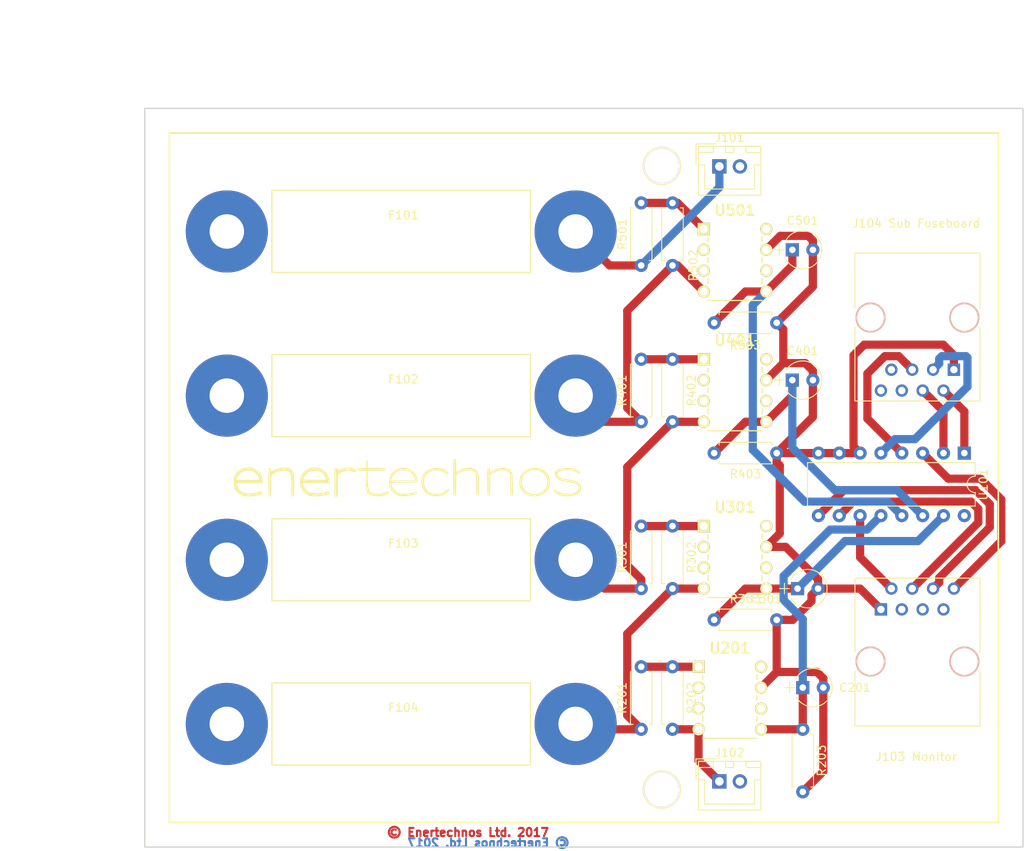
<source format=kicad_pcb>
(kicad_pcb (version 4) (host pcbnew 4.0.7)

  (general
    (links 57)
    (no_connects 0)
    (area 49.924999 84.924999 157.075001 175.075001)
    (thickness 1.6)
    (drawings 16)
    (tracks 160)
    (zones 0)
    (modules 32)
    (nets 23)
  )

  (page A4)
  (title_block
    (title "Fuse Board")
    (date 2018-01-04)
    (rev "Release 0.1a")
    (company "Enertechnos Ltd.")
    (comment 1 "APPROVED for Prototype")
  )

  (layers
    (0 F.Cu signal)
    (31 B.Cu signal)
    (32 B.Adhes user)
    (33 F.Adhes user)
    (34 B.Paste user)
    (35 F.Paste user)
    (36 B.SilkS user)
    (37 F.SilkS user)
    (38 B.Mask user)
    (39 F.Mask user)
    (40 Dwgs.User user)
    (41 Cmts.User user)
    (42 Eco1.User user)
    (43 Eco2.User user)
    (44 Edge.Cuts user hide)
    (45 Margin user)
    (46 B.CrtYd user)
    (47 F.CrtYd user)
    (48 B.Fab user)
    (49 F.Fab user)
  )

  (setup
    (last_trace_width 1)
    (trace_clearance 0.4)
    (zone_clearance 0.508)
    (zone_45_only no)
    (trace_min 0.2)
    (segment_width 0.2)
    (edge_width 0.15)
    (via_size 1.5)
    (via_drill 1)
    (via_min_size 0.4)
    (via_min_drill 0.3)
    (uvia_size 1)
    (uvia_drill 0.5)
    (uvias_allowed no)
    (uvia_min_size 0.2)
    (uvia_min_drill 0.1)
    (pcb_text_width 0.3)
    (pcb_text_size 1.5 1.5)
    (mod_edge_width 0.15)
    (mod_text_size 1 1)
    (mod_text_width 0.15)
    (pad_size 1.524 1.524)
    (pad_drill 0.762)
    (pad_to_mask_clearance 0.2)
    (aux_axis_origin 50 175)
    (visible_elements 7FFFEF7F)
    (pcbplotparams
      (layerselection 0x010e0_80000001)
      (usegerberextensions false)
      (excludeedgelayer true)
      (linewidth 0.100000)
      (plotframeref false)
      (viasonmask false)
      (mode 1)
      (useauxorigin true)
      (hpglpennumber 1)
      (hpglpenspeed 20)
      (hpglpendiameter 15)
      (hpglpenoverlay 2)
      (psnegative false)
      (psa4output false)
      (plotreference true)
      (plotvalue true)
      (plotinvisibletext false)
      (padsonsilk false)
      (subtractmaskfromsilk false)
      (outputformat 1)
      (mirror false)
      (drillshape 0)
      (scaleselection 1)
      (outputdirectory Plot/))
  )

  (net 0 "")
  (net 1 /VoltMeter1/+VE)
  (net 2 /VoltMeter2/+VE)
  (net 3 /VoltMeter3/+VE)
  (net 4 ARD_GND)
  (net 5 /VoltMeter4/+VE)
  (net 6 "Net-(R201-Pad2)")
  (net 7 "Net-(R301-Pad2)")
  (net 8 "Net-(R401-Pad2)")
  (net 9 "Net-(R501-Pad2)")
  (net 10 A)
  (net 11 B)
  (net 12 C)
  (net 13 COM)
  (net 14 V5)
  (net 15 V7)
  (net 16 V8)
  (net 17 V4)
  (net 18 V6)
  (net 19 V1)
  (net 20 V2)
  (net 21 V3)
  (net 22 /VoltMeter4/-VE)

  (net_class Default "This is the default net class."
    (clearance 0.4)
    (trace_width 1)
    (via_dia 1.5)
    (via_drill 1)
    (uvia_dia 1)
    (uvia_drill 0.5)
    (add_net /VoltMeter1/+VE)
    (add_net /VoltMeter2/+VE)
    (add_net /VoltMeter3/+VE)
    (add_net /VoltMeter4/+VE)
    (add_net /VoltMeter4/-VE)
    (add_net A)
    (add_net ARD_GND)
    (add_net B)
    (add_net C)
    (add_net COM)
    (add_net "Net-(R201-Pad2)")
    (add_net "Net-(R301-Pad2)")
    (add_net "Net-(R401-Pad2)")
    (add_net "Net-(R501-Pad2)")
    (add_net V1)
    (add_net V2)
    (add_net V3)
    (add_net V4)
    (add_net V5)
    (add_net V6)
    (add_net V7)
    (add_net V8)
  )

  (module PartsLibraries:MountingHole (layer F.Cu) (tedit 594AA37F) (tstamp 5A3A299B)
    (at 113 92)
    (descr "module 1 pin (ou trou mecanique de percage)")
    (tags DEV)
    (fp_text reference "" (at 0 -3.048) (layer F.SilkS)
      (effects (font (size 1 1) (thickness 0.15)))
    )
    (fp_text value Mount (at 0 3) (layer F.Fab)
      (effects (font (size 1 1) (thickness 0.15)))
    )
    (fp_circle (center 0 0) (end 2 0.8) (layer F.Fab) (width 0.1))
    (fp_circle (center 0 0) (end 2.6 0) (layer F.CrtYd) (width 0.05))
    (fp_circle (center 0 0) (end 0 -2.286) (layer F.SilkS) (width 0.12))
    (pad 1 thru_hole circle (at 0 0) (size 4.2 4.2) (drill 4.2) (layers *.Cu *.Mask)
      (clearance 1))
  )

  (module PartsLibraries:MountingHole (layer F.Cu) (tedit 594AA37F) (tstamp 5A3A31D4)
    (at 113 168)
    (descr "module 1 pin (ou trou mecanique de percage)")
    (tags DEV)
    (fp_text reference "" (at 0 -3.048) (layer F.SilkS)
      (effects (font (size 1 1) (thickness 0.15)))
    )
    (fp_text value Mount (at 0 3) (layer F.Fab)
      (effects (font (size 1 1) (thickness 0.15)))
    )
    (fp_circle (center 0 0) (end 2 0.8) (layer F.Fab) (width 0.1))
    (fp_circle (center 0 0) (end 2.6 0) (layer F.CrtYd) (width 0.05))
    (fp_circle (center 0 0) (end 0 -2.286) (layer F.SilkS) (width 0.12))
    (pad 1 thru_hole circle (at 0 0) (size 4.2 4.2) (drill 4.2) (layers *.Cu *.Mask)
      (clearance 1))
  )

  (module Resistors_THT:R_Axial_DIN0207_L6.3mm_D2.5mm_P7.62mm_Horizontal placed (layer F.Cu) (tedit 5874F706) (tstamp 5A3003D9)
    (at 110.49 160.655 90)
    (descr "Resistor, Axial_DIN0207 series, Axial, Horizontal, pin pitch=7.62mm, 0.25W = 1/4W, length*diameter=6.3*2.5mm^2, http://cdn-reichelt.de/documents/datenblatt/B400/1_4W%23YAG.pdf")
    (tags "Resistor Axial_DIN0207 series Axial Horizontal pin pitch 7.62mm 0.25W = 1/4W length 6.3mm diameter 2.5mm")
    (path /59C4F642/5A2FE363)
    (fp_text reference R201 (at 3.81 -2.31 90) (layer F.SilkS)
      (effects (font (size 1 1) (thickness 0.15)))
    )
    (fp_text value 10K (at 3.81 2.31 90) (layer F.Fab)
      (effects (font (size 1 1) (thickness 0.15)))
    )
    (fp_line (start 0.66 -1.25) (end 0.66 1.25) (layer F.Fab) (width 0.1))
    (fp_line (start 0.66 1.25) (end 6.96 1.25) (layer F.Fab) (width 0.1))
    (fp_line (start 6.96 1.25) (end 6.96 -1.25) (layer F.Fab) (width 0.1))
    (fp_line (start 6.96 -1.25) (end 0.66 -1.25) (layer F.Fab) (width 0.1))
    (fp_line (start 0 0) (end 0.66 0) (layer F.Fab) (width 0.1))
    (fp_line (start 7.62 0) (end 6.96 0) (layer F.Fab) (width 0.1))
    (fp_line (start 0.6 -0.98) (end 0.6 -1.31) (layer F.SilkS) (width 0.12))
    (fp_line (start 0.6 -1.31) (end 7.02 -1.31) (layer F.SilkS) (width 0.12))
    (fp_line (start 7.02 -1.31) (end 7.02 -0.98) (layer F.SilkS) (width 0.12))
    (fp_line (start 0.6 0.98) (end 0.6 1.31) (layer F.SilkS) (width 0.12))
    (fp_line (start 0.6 1.31) (end 7.02 1.31) (layer F.SilkS) (width 0.12))
    (fp_line (start 7.02 1.31) (end 7.02 0.98) (layer F.SilkS) (width 0.12))
    (fp_line (start -1.05 -1.6) (end -1.05 1.6) (layer F.CrtYd) (width 0.05))
    (fp_line (start -1.05 1.6) (end 8.7 1.6) (layer F.CrtYd) (width 0.05))
    (fp_line (start 8.7 1.6) (end 8.7 -1.6) (layer F.CrtYd) (width 0.05))
    (fp_line (start 8.7 -1.6) (end -1.05 -1.6) (layer F.CrtYd) (width 0.05))
    (pad 1 thru_hole circle (at 0 0 90) (size 1.6 1.6) (drill 0.8) (layers *.Cu *.Mask)
      (net 5 /VoltMeter4/+VE))
    (pad 2 thru_hole oval (at 7.62 0 90) (size 1.6 1.6) (drill 0.8) (layers *.Cu *.Mask)
      (net 6 "Net-(R201-Pad2)"))
    (model ${KISYS3DMOD}/Resistors_THT.3dshapes/R_Axial_DIN0207_L6.3mm_D2.5mm_P7.62mm_Horizontal.wrl
      (at (xyz 0 0 0))
      (scale (xyz 0.393701 0.393701 0.393701))
      (rotate (xyz 0 0 0))
    )
  )

  (module Resistors_THT:R_Axial_DIN0207_L6.3mm_D2.5mm_P7.62mm_Horizontal placed (layer F.Cu) (tedit 5874F706) (tstamp 5A3003EF)
    (at 114.3 153.035 270)
    (descr "Resistor, Axial_DIN0207 series, Axial, Horizontal, pin pitch=7.62mm, 0.25W = 1/4W, length*diameter=6.3*2.5mm^2, http://cdn-reichelt.de/documents/datenblatt/B400/1_4W%23YAG.pdf")
    (tags "Resistor Axial_DIN0207 series Axial Horizontal pin pitch 7.62mm 0.25W = 1/4W length 6.3mm diameter 2.5mm")
    (path /59C4F642/59C4F970)
    (fp_text reference R202 (at 3.81 -2.31 270) (layer F.SilkS)
      (effects (font (size 1 1) (thickness 0.15)))
    )
    (fp_text value 10M (at 3.81 2.31 270) (layer F.Fab)
      (effects (font (size 1 1) (thickness 0.15)))
    )
    (fp_line (start 0.66 -1.25) (end 0.66 1.25) (layer F.Fab) (width 0.1))
    (fp_line (start 0.66 1.25) (end 6.96 1.25) (layer F.Fab) (width 0.1))
    (fp_line (start 6.96 1.25) (end 6.96 -1.25) (layer F.Fab) (width 0.1))
    (fp_line (start 6.96 -1.25) (end 0.66 -1.25) (layer F.Fab) (width 0.1))
    (fp_line (start 0 0) (end 0.66 0) (layer F.Fab) (width 0.1))
    (fp_line (start 7.62 0) (end 6.96 0) (layer F.Fab) (width 0.1))
    (fp_line (start 0.6 -0.98) (end 0.6 -1.31) (layer F.SilkS) (width 0.12))
    (fp_line (start 0.6 -1.31) (end 7.02 -1.31) (layer F.SilkS) (width 0.12))
    (fp_line (start 7.02 -1.31) (end 7.02 -0.98) (layer F.SilkS) (width 0.12))
    (fp_line (start 0.6 0.98) (end 0.6 1.31) (layer F.SilkS) (width 0.12))
    (fp_line (start 0.6 1.31) (end 7.02 1.31) (layer F.SilkS) (width 0.12))
    (fp_line (start 7.02 1.31) (end 7.02 0.98) (layer F.SilkS) (width 0.12))
    (fp_line (start -1.05 -1.6) (end -1.05 1.6) (layer F.CrtYd) (width 0.05))
    (fp_line (start -1.05 1.6) (end 8.7 1.6) (layer F.CrtYd) (width 0.05))
    (fp_line (start 8.7 1.6) (end 8.7 -1.6) (layer F.CrtYd) (width 0.05))
    (fp_line (start 8.7 -1.6) (end -1.05 -1.6) (layer F.CrtYd) (width 0.05))
    (pad 1 thru_hole circle (at 0 0 270) (size 1.6 1.6) (drill 0.8) (layers *.Cu *.Mask)
      (net 6 "Net-(R201-Pad2)"))
    (pad 2 thru_hole oval (at 7.62 0 270) (size 1.6 1.6) (drill 0.8) (layers *.Cu *.Mask)
      (net 22 /VoltMeter4/-VE))
    (model ${KISYS3DMOD}/Resistors_THT.3dshapes/R_Axial_DIN0207_L6.3mm_D2.5mm_P7.62mm_Horizontal.wrl
      (at (xyz 0 0 0))
      (scale (xyz 0.393701 0.393701 0.393701))
      (rotate (xyz 0 0 0))
    )
  )

  (module Resistors_THT:R_Axial_DIN0207_L6.3mm_D2.5mm_P7.62mm_Horizontal placed (layer F.Cu) (tedit 5874F706) (tstamp 5A300405)
    (at 110.49 143.51 90)
    (descr "Resistor, Axial_DIN0207 series, Axial, Horizontal, pin pitch=7.62mm, 0.25W = 1/4W, length*diameter=6.3*2.5mm^2, http://cdn-reichelt.de/documents/datenblatt/B400/1_4W%23YAG.pdf")
    (tags "Resistor Axial_DIN0207 series Axial Horizontal pin pitch 7.62mm 0.25W = 1/4W length 6.3mm diameter 2.5mm")
    (path /59C51A28/5A2FE363)
    (fp_text reference R301 (at 3.81 -2.31 90) (layer F.SilkS)
      (effects (font (size 1 1) (thickness 0.15)))
    )
    (fp_text value 10K (at 3.81 2.31 90) (layer F.Fab)
      (effects (font (size 1 1) (thickness 0.15)))
    )
    (fp_line (start 0.66 -1.25) (end 0.66 1.25) (layer F.Fab) (width 0.1))
    (fp_line (start 0.66 1.25) (end 6.96 1.25) (layer F.Fab) (width 0.1))
    (fp_line (start 6.96 1.25) (end 6.96 -1.25) (layer F.Fab) (width 0.1))
    (fp_line (start 6.96 -1.25) (end 0.66 -1.25) (layer F.Fab) (width 0.1))
    (fp_line (start 0 0) (end 0.66 0) (layer F.Fab) (width 0.1))
    (fp_line (start 7.62 0) (end 6.96 0) (layer F.Fab) (width 0.1))
    (fp_line (start 0.6 -0.98) (end 0.6 -1.31) (layer F.SilkS) (width 0.12))
    (fp_line (start 0.6 -1.31) (end 7.02 -1.31) (layer F.SilkS) (width 0.12))
    (fp_line (start 7.02 -1.31) (end 7.02 -0.98) (layer F.SilkS) (width 0.12))
    (fp_line (start 0.6 0.98) (end 0.6 1.31) (layer F.SilkS) (width 0.12))
    (fp_line (start 0.6 1.31) (end 7.02 1.31) (layer F.SilkS) (width 0.12))
    (fp_line (start 7.02 1.31) (end 7.02 0.98) (layer F.SilkS) (width 0.12))
    (fp_line (start -1.05 -1.6) (end -1.05 1.6) (layer F.CrtYd) (width 0.05))
    (fp_line (start -1.05 1.6) (end 8.7 1.6) (layer F.CrtYd) (width 0.05))
    (fp_line (start 8.7 1.6) (end 8.7 -1.6) (layer F.CrtYd) (width 0.05))
    (fp_line (start 8.7 -1.6) (end -1.05 -1.6) (layer F.CrtYd) (width 0.05))
    (pad 1 thru_hole circle (at 0 0 90) (size 1.6 1.6) (drill 0.8) (layers *.Cu *.Mask)
      (net 3 /VoltMeter3/+VE))
    (pad 2 thru_hole oval (at 7.62 0 90) (size 1.6 1.6) (drill 0.8) (layers *.Cu *.Mask)
      (net 7 "Net-(R301-Pad2)"))
    (model ${KISYS3DMOD}/Resistors_THT.3dshapes/R_Axial_DIN0207_L6.3mm_D2.5mm_P7.62mm_Horizontal.wrl
      (at (xyz 0 0 0))
      (scale (xyz 0.393701 0.393701 0.393701))
      (rotate (xyz 0 0 0))
    )
  )

  (module Resistors_THT:R_Axial_DIN0207_L6.3mm_D2.5mm_P7.62mm_Horizontal placed (layer F.Cu) (tedit 5874F706) (tstamp 5A30041B)
    (at 114.3 135.89 270)
    (descr "Resistor, Axial_DIN0207 series, Axial, Horizontal, pin pitch=7.62mm, 0.25W = 1/4W, length*diameter=6.3*2.5mm^2, http://cdn-reichelt.de/documents/datenblatt/B400/1_4W%23YAG.pdf")
    (tags "Resistor Axial_DIN0207 series Axial Horizontal pin pitch 7.62mm 0.25W = 1/4W length 6.3mm diameter 2.5mm")
    (path /59C51A28/59C4F970)
    (fp_text reference R302 (at 3.81 -2.31 270) (layer F.SilkS)
      (effects (font (size 1 1) (thickness 0.15)))
    )
    (fp_text value 10M (at 3.81 2.31 270) (layer F.Fab)
      (effects (font (size 1 1) (thickness 0.15)))
    )
    (fp_line (start 0.66 -1.25) (end 0.66 1.25) (layer F.Fab) (width 0.1))
    (fp_line (start 0.66 1.25) (end 6.96 1.25) (layer F.Fab) (width 0.1))
    (fp_line (start 6.96 1.25) (end 6.96 -1.25) (layer F.Fab) (width 0.1))
    (fp_line (start 6.96 -1.25) (end 0.66 -1.25) (layer F.Fab) (width 0.1))
    (fp_line (start 0 0) (end 0.66 0) (layer F.Fab) (width 0.1))
    (fp_line (start 7.62 0) (end 6.96 0) (layer F.Fab) (width 0.1))
    (fp_line (start 0.6 -0.98) (end 0.6 -1.31) (layer F.SilkS) (width 0.12))
    (fp_line (start 0.6 -1.31) (end 7.02 -1.31) (layer F.SilkS) (width 0.12))
    (fp_line (start 7.02 -1.31) (end 7.02 -0.98) (layer F.SilkS) (width 0.12))
    (fp_line (start 0.6 0.98) (end 0.6 1.31) (layer F.SilkS) (width 0.12))
    (fp_line (start 0.6 1.31) (end 7.02 1.31) (layer F.SilkS) (width 0.12))
    (fp_line (start 7.02 1.31) (end 7.02 0.98) (layer F.SilkS) (width 0.12))
    (fp_line (start -1.05 -1.6) (end -1.05 1.6) (layer F.CrtYd) (width 0.05))
    (fp_line (start -1.05 1.6) (end 8.7 1.6) (layer F.CrtYd) (width 0.05))
    (fp_line (start 8.7 1.6) (end 8.7 -1.6) (layer F.CrtYd) (width 0.05))
    (fp_line (start 8.7 -1.6) (end -1.05 -1.6) (layer F.CrtYd) (width 0.05))
    (pad 1 thru_hole circle (at 0 0 270) (size 1.6 1.6) (drill 0.8) (layers *.Cu *.Mask)
      (net 7 "Net-(R301-Pad2)"))
    (pad 2 thru_hole oval (at 7.62 0 270) (size 1.6 1.6) (drill 0.8) (layers *.Cu *.Mask)
      (net 5 /VoltMeter4/+VE))
    (model ${KISYS3DMOD}/Resistors_THT.3dshapes/R_Axial_DIN0207_L6.3mm_D2.5mm_P7.62mm_Horizontal.wrl
      (at (xyz 0 0 0))
      (scale (xyz 0.393701 0.393701 0.393701))
      (rotate (xyz 0 0 0))
    )
  )

  (module Resistors_THT:R_Axial_DIN0207_L6.3mm_D2.5mm_P7.62mm_Horizontal placed (layer F.Cu) (tedit 5874F706) (tstamp 5A300431)
    (at 110.49 123.19 90)
    (descr "Resistor, Axial_DIN0207 series, Axial, Horizontal, pin pitch=7.62mm, 0.25W = 1/4W, length*diameter=6.3*2.5mm^2, http://cdn-reichelt.de/documents/datenblatt/B400/1_4W%23YAG.pdf")
    (tags "Resistor Axial_DIN0207 series Axial Horizontal pin pitch 7.62mm 0.25W = 1/4W length 6.3mm diameter 2.5mm")
    (path /59C51FF6/5A2FE363)
    (fp_text reference R401 (at 3.81 -2.31 90) (layer F.SilkS)
      (effects (font (size 1 1) (thickness 0.15)))
    )
    (fp_text value 10K (at 3.81 2.31 90) (layer F.Fab)
      (effects (font (size 1 1) (thickness 0.15)))
    )
    (fp_line (start 0.66 -1.25) (end 0.66 1.25) (layer F.Fab) (width 0.1))
    (fp_line (start 0.66 1.25) (end 6.96 1.25) (layer F.Fab) (width 0.1))
    (fp_line (start 6.96 1.25) (end 6.96 -1.25) (layer F.Fab) (width 0.1))
    (fp_line (start 6.96 -1.25) (end 0.66 -1.25) (layer F.Fab) (width 0.1))
    (fp_line (start 0 0) (end 0.66 0) (layer F.Fab) (width 0.1))
    (fp_line (start 7.62 0) (end 6.96 0) (layer F.Fab) (width 0.1))
    (fp_line (start 0.6 -0.98) (end 0.6 -1.31) (layer F.SilkS) (width 0.12))
    (fp_line (start 0.6 -1.31) (end 7.02 -1.31) (layer F.SilkS) (width 0.12))
    (fp_line (start 7.02 -1.31) (end 7.02 -0.98) (layer F.SilkS) (width 0.12))
    (fp_line (start 0.6 0.98) (end 0.6 1.31) (layer F.SilkS) (width 0.12))
    (fp_line (start 0.6 1.31) (end 7.02 1.31) (layer F.SilkS) (width 0.12))
    (fp_line (start 7.02 1.31) (end 7.02 0.98) (layer F.SilkS) (width 0.12))
    (fp_line (start -1.05 -1.6) (end -1.05 1.6) (layer F.CrtYd) (width 0.05))
    (fp_line (start -1.05 1.6) (end 8.7 1.6) (layer F.CrtYd) (width 0.05))
    (fp_line (start 8.7 1.6) (end 8.7 -1.6) (layer F.CrtYd) (width 0.05))
    (fp_line (start 8.7 -1.6) (end -1.05 -1.6) (layer F.CrtYd) (width 0.05))
    (pad 1 thru_hole circle (at 0 0 90) (size 1.6 1.6) (drill 0.8) (layers *.Cu *.Mask)
      (net 2 /VoltMeter2/+VE))
    (pad 2 thru_hole oval (at 7.62 0 90) (size 1.6 1.6) (drill 0.8) (layers *.Cu *.Mask)
      (net 8 "Net-(R401-Pad2)"))
    (model ${KISYS3DMOD}/Resistors_THT.3dshapes/R_Axial_DIN0207_L6.3mm_D2.5mm_P7.62mm_Horizontal.wrl
      (at (xyz 0 0 0))
      (scale (xyz 0.393701 0.393701 0.393701))
      (rotate (xyz 0 0 0))
    )
  )

  (module Resistors_THT:R_Axial_DIN0207_L6.3mm_D2.5mm_P7.62mm_Horizontal placed (layer F.Cu) (tedit 5874F706) (tstamp 5A300447)
    (at 114.3 115.57 270)
    (descr "Resistor, Axial_DIN0207 series, Axial, Horizontal, pin pitch=7.62mm, 0.25W = 1/4W, length*diameter=6.3*2.5mm^2, http://cdn-reichelt.de/documents/datenblatt/B400/1_4W%23YAG.pdf")
    (tags "Resistor Axial_DIN0207 series Axial Horizontal pin pitch 7.62mm 0.25W = 1/4W length 6.3mm diameter 2.5mm")
    (path /59C51FF6/59C4F970)
    (fp_text reference R402 (at 3.81 -2.31 270) (layer F.SilkS)
      (effects (font (size 1 1) (thickness 0.15)))
    )
    (fp_text value 10M (at 3.81 2.31 270) (layer F.Fab)
      (effects (font (size 1 1) (thickness 0.15)))
    )
    (fp_line (start 0.66 -1.25) (end 0.66 1.25) (layer F.Fab) (width 0.1))
    (fp_line (start 0.66 1.25) (end 6.96 1.25) (layer F.Fab) (width 0.1))
    (fp_line (start 6.96 1.25) (end 6.96 -1.25) (layer F.Fab) (width 0.1))
    (fp_line (start 6.96 -1.25) (end 0.66 -1.25) (layer F.Fab) (width 0.1))
    (fp_line (start 0 0) (end 0.66 0) (layer F.Fab) (width 0.1))
    (fp_line (start 7.62 0) (end 6.96 0) (layer F.Fab) (width 0.1))
    (fp_line (start 0.6 -0.98) (end 0.6 -1.31) (layer F.SilkS) (width 0.12))
    (fp_line (start 0.6 -1.31) (end 7.02 -1.31) (layer F.SilkS) (width 0.12))
    (fp_line (start 7.02 -1.31) (end 7.02 -0.98) (layer F.SilkS) (width 0.12))
    (fp_line (start 0.6 0.98) (end 0.6 1.31) (layer F.SilkS) (width 0.12))
    (fp_line (start 0.6 1.31) (end 7.02 1.31) (layer F.SilkS) (width 0.12))
    (fp_line (start 7.02 1.31) (end 7.02 0.98) (layer F.SilkS) (width 0.12))
    (fp_line (start -1.05 -1.6) (end -1.05 1.6) (layer F.CrtYd) (width 0.05))
    (fp_line (start -1.05 1.6) (end 8.7 1.6) (layer F.CrtYd) (width 0.05))
    (fp_line (start 8.7 1.6) (end 8.7 -1.6) (layer F.CrtYd) (width 0.05))
    (fp_line (start 8.7 -1.6) (end -1.05 -1.6) (layer F.CrtYd) (width 0.05))
    (pad 1 thru_hole circle (at 0 0 270) (size 1.6 1.6) (drill 0.8) (layers *.Cu *.Mask)
      (net 8 "Net-(R401-Pad2)"))
    (pad 2 thru_hole oval (at 7.62 0 270) (size 1.6 1.6) (drill 0.8) (layers *.Cu *.Mask)
      (net 3 /VoltMeter3/+VE))
    (model ${KISYS3DMOD}/Resistors_THT.3dshapes/R_Axial_DIN0207_L6.3mm_D2.5mm_P7.62mm_Horizontal.wrl
      (at (xyz 0 0 0))
      (scale (xyz 0.393701 0.393701 0.393701))
      (rotate (xyz 0 0 0))
    )
  )

  (module Resistors_THT:R_Axial_DIN0207_L6.3mm_D2.5mm_P7.62mm_Horizontal placed (layer F.Cu) (tedit 5874F706) (tstamp 5A30045D)
    (at 110.49 104.14 90)
    (descr "Resistor, Axial_DIN0207 series, Axial, Horizontal, pin pitch=7.62mm, 0.25W = 1/4W, length*diameter=6.3*2.5mm^2, http://cdn-reichelt.de/documents/datenblatt/B400/1_4W%23YAG.pdf")
    (tags "Resistor Axial_DIN0207 series Axial Horizontal pin pitch 7.62mm 0.25W = 1/4W length 6.3mm diameter 2.5mm")
    (path /59C5216A/5A2FE363)
    (fp_text reference R501 (at 3.81 -2.31 90) (layer F.SilkS)
      (effects (font (size 1 1) (thickness 0.15)))
    )
    (fp_text value 10K (at 3.81 2.31 90) (layer F.Fab)
      (effects (font (size 1 1) (thickness 0.15)))
    )
    (fp_line (start 0.66 -1.25) (end 0.66 1.25) (layer F.Fab) (width 0.1))
    (fp_line (start 0.66 1.25) (end 6.96 1.25) (layer F.Fab) (width 0.1))
    (fp_line (start 6.96 1.25) (end 6.96 -1.25) (layer F.Fab) (width 0.1))
    (fp_line (start 6.96 -1.25) (end 0.66 -1.25) (layer F.Fab) (width 0.1))
    (fp_line (start 0 0) (end 0.66 0) (layer F.Fab) (width 0.1))
    (fp_line (start 7.62 0) (end 6.96 0) (layer F.Fab) (width 0.1))
    (fp_line (start 0.6 -0.98) (end 0.6 -1.31) (layer F.SilkS) (width 0.12))
    (fp_line (start 0.6 -1.31) (end 7.02 -1.31) (layer F.SilkS) (width 0.12))
    (fp_line (start 7.02 -1.31) (end 7.02 -0.98) (layer F.SilkS) (width 0.12))
    (fp_line (start 0.6 0.98) (end 0.6 1.31) (layer F.SilkS) (width 0.12))
    (fp_line (start 0.6 1.31) (end 7.02 1.31) (layer F.SilkS) (width 0.12))
    (fp_line (start 7.02 1.31) (end 7.02 0.98) (layer F.SilkS) (width 0.12))
    (fp_line (start -1.05 -1.6) (end -1.05 1.6) (layer F.CrtYd) (width 0.05))
    (fp_line (start -1.05 1.6) (end 8.7 1.6) (layer F.CrtYd) (width 0.05))
    (fp_line (start 8.7 1.6) (end 8.7 -1.6) (layer F.CrtYd) (width 0.05))
    (fp_line (start 8.7 -1.6) (end -1.05 -1.6) (layer F.CrtYd) (width 0.05))
    (pad 1 thru_hole circle (at 0 0 90) (size 1.6 1.6) (drill 0.8) (layers *.Cu *.Mask)
      (net 1 /VoltMeter1/+VE))
    (pad 2 thru_hole oval (at 7.62 0 90) (size 1.6 1.6) (drill 0.8) (layers *.Cu *.Mask)
      (net 9 "Net-(R501-Pad2)"))
    (model ${KISYS3DMOD}/Resistors_THT.3dshapes/R_Axial_DIN0207_L6.3mm_D2.5mm_P7.62mm_Horizontal.wrl
      (at (xyz 0 0 0))
      (scale (xyz 0.393701 0.393701 0.393701))
      (rotate (xyz 0 0 0))
    )
  )

  (module Resistors_THT:R_Axial_DIN0207_L6.3mm_D2.5mm_P7.62mm_Horizontal placed (layer F.Cu) (tedit 5874F706) (tstamp 5A300473)
    (at 114.3 96.52 270)
    (descr "Resistor, Axial_DIN0207 series, Axial, Horizontal, pin pitch=7.62mm, 0.25W = 1/4W, length*diameter=6.3*2.5mm^2, http://cdn-reichelt.de/documents/datenblatt/B400/1_4W%23YAG.pdf")
    (tags "Resistor Axial_DIN0207 series Axial Horizontal pin pitch 7.62mm 0.25W = 1/4W length 6.3mm diameter 2.5mm")
    (path /59C5216A/59C4F970)
    (fp_text reference R502 (at 7.62 -2.54 270) (layer F.SilkS)
      (effects (font (size 1 1) (thickness 0.15)))
    )
    (fp_text value 10M (at 3.81 2.31 270) (layer F.Fab)
      (effects (font (size 1 1) (thickness 0.15)))
    )
    (fp_line (start 0.66 -1.25) (end 0.66 1.25) (layer F.Fab) (width 0.1))
    (fp_line (start 0.66 1.25) (end 6.96 1.25) (layer F.Fab) (width 0.1))
    (fp_line (start 6.96 1.25) (end 6.96 -1.25) (layer F.Fab) (width 0.1))
    (fp_line (start 6.96 -1.25) (end 0.66 -1.25) (layer F.Fab) (width 0.1))
    (fp_line (start 0 0) (end 0.66 0) (layer F.Fab) (width 0.1))
    (fp_line (start 7.62 0) (end 6.96 0) (layer F.Fab) (width 0.1))
    (fp_line (start 0.6 -0.98) (end 0.6 -1.31) (layer F.SilkS) (width 0.12))
    (fp_line (start 0.6 -1.31) (end 7.02 -1.31) (layer F.SilkS) (width 0.12))
    (fp_line (start 7.02 -1.31) (end 7.02 -0.98) (layer F.SilkS) (width 0.12))
    (fp_line (start 0.6 0.98) (end 0.6 1.31) (layer F.SilkS) (width 0.12))
    (fp_line (start 0.6 1.31) (end 7.02 1.31) (layer F.SilkS) (width 0.12))
    (fp_line (start 7.02 1.31) (end 7.02 0.98) (layer F.SilkS) (width 0.12))
    (fp_line (start -1.05 -1.6) (end -1.05 1.6) (layer F.CrtYd) (width 0.05))
    (fp_line (start -1.05 1.6) (end 8.7 1.6) (layer F.CrtYd) (width 0.05))
    (fp_line (start 8.7 1.6) (end 8.7 -1.6) (layer F.CrtYd) (width 0.05))
    (fp_line (start 8.7 -1.6) (end -1.05 -1.6) (layer F.CrtYd) (width 0.05))
    (pad 1 thru_hole circle (at 0 0 270) (size 1.6 1.6) (drill 0.8) (layers *.Cu *.Mask)
      (net 9 "Net-(R501-Pad2)"))
    (pad 2 thru_hole oval (at 7.62 0 270) (size 1.6 1.6) (drill 0.8) (layers *.Cu *.Mask)
      (net 2 /VoltMeter2/+VE))
    (model ${KISYS3DMOD}/Resistors_THT.3dshapes/R_Axial_DIN0207_L6.3mm_D2.5mm_P7.62mm_Horizontal.wrl
      (at (xyz 0 0 0))
      (scale (xyz 0.393701 0.393701 0.393701))
      (rotate (xyz 0 0 0))
    )
  )

  (module Capacitors_THT:CP_Radial_Tantal_D4.5mm_P2.50mm (layer F.Cu) (tedit 597C781B) (tstamp 5A4D156D)
    (at 130.175 155.575)
    (descr "CP, Radial_Tantal series, Radial, pin pitch=2.50mm, , diameter=4.5mm, Tantal Electrolytic Capacitor, http://cdn-reichelt.de/documents/datenblatt/B300/TANTAL-TB-Serie%23.pdf")
    (tags "CP Radial_Tantal series Radial pin pitch 2.50mm  diameter 4.5mm Tantal Electrolytic Capacitor")
    (path /59C4F642/5A3A7FE3)
    (fp_text reference C201 (at 6.35 0) (layer F.SilkS)
      (effects (font (size 1 1) (thickness 0.15)))
    )
    (fp_text value C (at 1.25 3.56) (layer F.Fab)
      (effects (font (size 1 1) (thickness 0.15)))
    )
    (fp_arc (start 1.25 0) (end -0.770693 -1.18) (angle 119.4) (layer F.SilkS) (width 0.12))
    (fp_arc (start 1.25 0) (end -0.770693 1.18) (angle -119.4) (layer F.SilkS) (width 0.12))
    (fp_arc (start 1.25 0) (end 3.270693 -1.18) (angle 60.6) (layer F.SilkS) (width 0.12))
    (fp_circle (center 1.25 0) (end 3.5 0) (layer F.Fab) (width 0.1))
    (fp_line (start -2.2 0) (end -1 0) (layer F.Fab) (width 0.1))
    (fp_line (start -1.6 -0.65) (end -1.6 0.65) (layer F.Fab) (width 0.1))
    (fp_line (start -2.2 0) (end -1 0) (layer F.SilkS) (width 0.12))
    (fp_line (start -1.6 -0.65) (end -1.6 0.65) (layer F.SilkS) (width 0.12))
    (fp_line (start -1.35 -2.6) (end -1.35 2.6) (layer F.CrtYd) (width 0.05))
    (fp_line (start -1.35 2.6) (end 3.85 2.6) (layer F.CrtYd) (width 0.05))
    (fp_line (start 3.85 2.6) (end 3.85 -2.6) (layer F.CrtYd) (width 0.05))
    (fp_line (start 3.85 -2.6) (end -1.35 -2.6) (layer F.CrtYd) (width 0.05))
    (fp_text user %R (at 1.25 0) (layer F.Fab)
      (effects (font (size 1 1) (thickness 0.15)))
    )
    (pad 1 thru_hole rect (at 0 0) (size 1.6 1.6) (drill 0.8) (layers *.Cu *.Mask)
      (net 17 V4))
    (pad 2 thru_hole circle (at 2.5 0) (size 1.6 1.6) (drill 0.8) (layers *.Cu *.Mask)
      (net 4 ARD_GND))
    (model ${KISYS3DMOD}/Capacitors_THT.3dshapes/CP_Radial_Tantal_D4.5mm_P2.50mm.wrl
      (at (xyz 0 0 0))
      (scale (xyz 1 1 1))
      (rotate (xyz 0 0 0))
    )
  )

  (module Capacitors_THT:CP_Radial_Tantal_D4.5mm_P2.50mm (layer F.Cu) (tedit 597C781B) (tstamp 5A4D1580)
    (at 129.54 143.51)
    (descr "CP, Radial_Tantal series, Radial, pin pitch=2.50mm, , diameter=4.5mm, Tantal Electrolytic Capacitor, http://cdn-reichelt.de/documents/datenblatt/B300/TANTAL-TB-Serie%23.pdf")
    (tags "CP Radial_Tantal series Radial pin pitch 2.50mm  diameter 4.5mm Tantal Electrolytic Capacitor")
    (path /59C51A28/5A3A7FE3)
    (fp_text reference C301 (at -3.81 1.27) (layer F.SilkS)
      (effects (font (size 1 1) (thickness 0.15)))
    )
    (fp_text value C (at 1.25 3.56) (layer F.Fab)
      (effects (font (size 1 1) (thickness 0.15)))
    )
    (fp_arc (start 1.25 0) (end -0.770693 -1.18) (angle 119.4) (layer F.SilkS) (width 0.12))
    (fp_arc (start 1.25 0) (end -0.770693 1.18) (angle -119.4) (layer F.SilkS) (width 0.12))
    (fp_arc (start 1.25 0) (end 3.270693 -1.18) (angle 60.6) (layer F.SilkS) (width 0.12))
    (fp_circle (center 1.25 0) (end 3.5 0) (layer F.Fab) (width 0.1))
    (fp_line (start -2.2 0) (end -1 0) (layer F.Fab) (width 0.1))
    (fp_line (start -1.6 -0.65) (end -1.6 0.65) (layer F.Fab) (width 0.1))
    (fp_line (start -2.2 0) (end -1 0) (layer F.SilkS) (width 0.12))
    (fp_line (start -1.6 -0.65) (end -1.6 0.65) (layer F.SilkS) (width 0.12))
    (fp_line (start -1.35 -2.6) (end -1.35 2.6) (layer F.CrtYd) (width 0.05))
    (fp_line (start -1.35 2.6) (end 3.85 2.6) (layer F.CrtYd) (width 0.05))
    (fp_line (start 3.85 2.6) (end 3.85 -2.6) (layer F.CrtYd) (width 0.05))
    (fp_line (start 3.85 -2.6) (end -1.35 -2.6) (layer F.CrtYd) (width 0.05))
    (fp_text user %R (at 1.25 0) (layer F.Fab)
      (effects (font (size 1 1) (thickness 0.15)))
    )
    (pad 1 thru_hole rect (at 0 0) (size 1.6 1.6) (drill 0.8) (layers *.Cu *.Mask)
      (net 21 V3))
    (pad 2 thru_hole circle (at 2.5 0) (size 1.6 1.6) (drill 0.8) (layers *.Cu *.Mask)
      (net 4 ARD_GND))
    (model ${KISYS3DMOD}/Capacitors_THT.3dshapes/CP_Radial_Tantal_D4.5mm_P2.50mm.wrl
      (at (xyz 0 0 0))
      (scale (xyz 1 1 1))
      (rotate (xyz 0 0 0))
    )
  )

  (module Capacitors_THT:CP_Radial_Tantal_D4.5mm_P2.50mm (layer F.Cu) (tedit 597C781B) (tstamp 5A4D1593)
    (at 128.905 118.11)
    (descr "CP, Radial_Tantal series, Radial, pin pitch=2.50mm, , diameter=4.5mm, Tantal Electrolytic Capacitor, http://cdn-reichelt.de/documents/datenblatt/B300/TANTAL-TB-Serie%23.pdf")
    (tags "CP Radial_Tantal series Radial pin pitch 2.50mm  diameter 4.5mm Tantal Electrolytic Capacitor")
    (path /59C51FF6/5A3A7FE3)
    (fp_text reference C401 (at 1.25 -3.56) (layer F.SilkS)
      (effects (font (size 1 1) (thickness 0.15)))
    )
    (fp_text value C (at 1.25 3.56) (layer F.Fab)
      (effects (font (size 1 1) (thickness 0.15)))
    )
    (fp_arc (start 1.25 0) (end -0.770693 -1.18) (angle 119.4) (layer F.SilkS) (width 0.12))
    (fp_arc (start 1.25 0) (end -0.770693 1.18) (angle -119.4) (layer F.SilkS) (width 0.12))
    (fp_arc (start 1.25 0) (end 3.270693 -1.18) (angle 60.6) (layer F.SilkS) (width 0.12))
    (fp_circle (center 1.25 0) (end 3.5 0) (layer F.Fab) (width 0.1))
    (fp_line (start -2.2 0) (end -1 0) (layer F.Fab) (width 0.1))
    (fp_line (start -1.6 -0.65) (end -1.6 0.65) (layer F.Fab) (width 0.1))
    (fp_line (start -2.2 0) (end -1 0) (layer F.SilkS) (width 0.12))
    (fp_line (start -1.6 -0.65) (end -1.6 0.65) (layer F.SilkS) (width 0.12))
    (fp_line (start -1.35 -2.6) (end -1.35 2.6) (layer F.CrtYd) (width 0.05))
    (fp_line (start -1.35 2.6) (end 3.85 2.6) (layer F.CrtYd) (width 0.05))
    (fp_line (start 3.85 2.6) (end 3.85 -2.6) (layer F.CrtYd) (width 0.05))
    (fp_line (start 3.85 -2.6) (end -1.35 -2.6) (layer F.CrtYd) (width 0.05))
    (fp_text user %R (at 1.25 0) (layer F.Fab)
      (effects (font (size 1 1) (thickness 0.15)))
    )
    (pad 1 thru_hole rect (at 0 0) (size 1.6 1.6) (drill 0.8) (layers *.Cu *.Mask)
      (net 20 V2))
    (pad 2 thru_hole circle (at 2.5 0) (size 1.6 1.6) (drill 0.8) (layers *.Cu *.Mask)
      (net 4 ARD_GND))
    (model ${KISYS3DMOD}/Capacitors_THT.3dshapes/CP_Radial_Tantal_D4.5mm_P2.50mm.wrl
      (at (xyz 0 0 0))
      (scale (xyz 1 1 1))
      (rotate (xyz 0 0 0))
    )
  )

  (module Capacitors_THT:CP_Radial_Tantal_D4.5mm_P2.50mm (layer F.Cu) (tedit 597C781B) (tstamp 5A4D15A6)
    (at 128.905 102.235)
    (descr "CP, Radial_Tantal series, Radial, pin pitch=2.50mm, , diameter=4.5mm, Tantal Electrolytic Capacitor, http://cdn-reichelt.de/documents/datenblatt/B300/TANTAL-TB-Serie%23.pdf")
    (tags "CP Radial_Tantal series Radial pin pitch 2.50mm  diameter 4.5mm Tantal Electrolytic Capacitor")
    (path /59C5216A/5A3A7FE3)
    (fp_text reference C501 (at 1.25 -3.56) (layer F.SilkS)
      (effects (font (size 1 1) (thickness 0.15)))
    )
    (fp_text value C (at 1.25 3.56) (layer F.Fab)
      (effects (font (size 1 1) (thickness 0.15)))
    )
    (fp_arc (start 1.25 0) (end -0.770693 -1.18) (angle 119.4) (layer F.SilkS) (width 0.12))
    (fp_arc (start 1.25 0) (end -0.770693 1.18) (angle -119.4) (layer F.SilkS) (width 0.12))
    (fp_arc (start 1.25 0) (end 3.270693 -1.18) (angle 60.6) (layer F.SilkS) (width 0.12))
    (fp_circle (center 1.25 0) (end 3.5 0) (layer F.Fab) (width 0.1))
    (fp_line (start -2.2 0) (end -1 0) (layer F.Fab) (width 0.1))
    (fp_line (start -1.6 -0.65) (end -1.6 0.65) (layer F.Fab) (width 0.1))
    (fp_line (start -2.2 0) (end -1 0) (layer F.SilkS) (width 0.12))
    (fp_line (start -1.6 -0.65) (end -1.6 0.65) (layer F.SilkS) (width 0.12))
    (fp_line (start -1.35 -2.6) (end -1.35 2.6) (layer F.CrtYd) (width 0.05))
    (fp_line (start -1.35 2.6) (end 3.85 2.6) (layer F.CrtYd) (width 0.05))
    (fp_line (start 3.85 2.6) (end 3.85 -2.6) (layer F.CrtYd) (width 0.05))
    (fp_line (start 3.85 -2.6) (end -1.35 -2.6) (layer F.CrtYd) (width 0.05))
    (fp_text user %R (at 1.25 0) (layer F.Fab)
      (effects (font (size 1 1) (thickness 0.15)))
    )
    (pad 1 thru_hole rect (at 0 0) (size 1.6 1.6) (drill 0.8) (layers *.Cu *.Mask)
      (net 19 V1))
    (pad 2 thru_hole circle (at 2.5 0) (size 1.6 1.6) (drill 0.8) (layers *.Cu *.Mask)
      (net 4 ARD_GND))
    (model ${KISYS3DMOD}/Capacitors_THT.3dshapes/CP_Radial_Tantal_D4.5mm_P2.50mm.wrl
      (at (xyz 0 0 0))
      (scale (xyz 1 1 1))
      (rotate (xyz 0 0 0))
    )
  )

  (module Connectors_JST:JST_XH_B02B-XH-A_02x2.50mm_Straight (layer F.Cu) (tedit 58EAE7F0) (tstamp 5A4D161B)
    (at 120.015 92.075)
    (descr "JST XH series connector, B02B-XH-A, top entry type, through hole")
    (tags "connector jst xh tht top vertical 2.50mm")
    (path /5A4D601D)
    (fp_text reference J101 (at 1.25 -3.5) (layer F.SilkS)
      (effects (font (size 1 1) (thickness 0.15)))
    )
    (fp_text value FB_IN (at 1.25 4.5) (layer F.Fab)
      (effects (font (size 1 1) (thickness 0.15)))
    )
    (fp_line (start -2.45 -2.35) (end -2.45 3.4) (layer F.Fab) (width 0.1))
    (fp_line (start -2.45 3.4) (end 4.95 3.4) (layer F.Fab) (width 0.1))
    (fp_line (start 4.95 3.4) (end 4.95 -2.35) (layer F.Fab) (width 0.1))
    (fp_line (start 4.95 -2.35) (end -2.45 -2.35) (layer F.Fab) (width 0.1))
    (fp_line (start -2.95 -2.85) (end -2.95 3.9) (layer F.CrtYd) (width 0.05))
    (fp_line (start -2.95 3.9) (end 5.45 3.9) (layer F.CrtYd) (width 0.05))
    (fp_line (start 5.45 3.9) (end 5.45 -2.85) (layer F.CrtYd) (width 0.05))
    (fp_line (start 5.45 -2.85) (end -2.95 -2.85) (layer F.CrtYd) (width 0.05))
    (fp_line (start -2.55 -2.45) (end -2.55 3.5) (layer F.SilkS) (width 0.12))
    (fp_line (start -2.55 3.5) (end 5.05 3.5) (layer F.SilkS) (width 0.12))
    (fp_line (start 5.05 3.5) (end 5.05 -2.45) (layer F.SilkS) (width 0.12))
    (fp_line (start 5.05 -2.45) (end -2.55 -2.45) (layer F.SilkS) (width 0.12))
    (fp_line (start 0.75 -2.45) (end 0.75 -1.7) (layer F.SilkS) (width 0.12))
    (fp_line (start 0.75 -1.7) (end 1.75 -1.7) (layer F.SilkS) (width 0.12))
    (fp_line (start 1.75 -1.7) (end 1.75 -2.45) (layer F.SilkS) (width 0.12))
    (fp_line (start 1.75 -2.45) (end 0.75 -2.45) (layer F.SilkS) (width 0.12))
    (fp_line (start -2.55 -2.45) (end -2.55 -1.7) (layer F.SilkS) (width 0.12))
    (fp_line (start -2.55 -1.7) (end -0.75 -1.7) (layer F.SilkS) (width 0.12))
    (fp_line (start -0.75 -1.7) (end -0.75 -2.45) (layer F.SilkS) (width 0.12))
    (fp_line (start -0.75 -2.45) (end -2.55 -2.45) (layer F.SilkS) (width 0.12))
    (fp_line (start 3.25 -2.45) (end 3.25 -1.7) (layer F.SilkS) (width 0.12))
    (fp_line (start 3.25 -1.7) (end 5.05 -1.7) (layer F.SilkS) (width 0.12))
    (fp_line (start 5.05 -1.7) (end 5.05 -2.45) (layer F.SilkS) (width 0.12))
    (fp_line (start 5.05 -2.45) (end 3.25 -2.45) (layer F.SilkS) (width 0.12))
    (fp_line (start -2.55 -0.2) (end -1.8 -0.2) (layer F.SilkS) (width 0.12))
    (fp_line (start -1.8 -0.2) (end -1.8 2.75) (layer F.SilkS) (width 0.12))
    (fp_line (start -1.8 2.75) (end 1.25 2.75) (layer F.SilkS) (width 0.12))
    (fp_line (start 5.05 -0.2) (end 4.3 -0.2) (layer F.SilkS) (width 0.12))
    (fp_line (start 4.3 -0.2) (end 4.3 2.75) (layer F.SilkS) (width 0.12))
    (fp_line (start 4.3 2.75) (end 1.25 2.75) (layer F.SilkS) (width 0.12))
    (fp_line (start -0.35 -2.75) (end -2.85 -2.75) (layer F.SilkS) (width 0.12))
    (fp_line (start -2.85 -2.75) (end -2.85 -0.25) (layer F.SilkS) (width 0.12))
    (fp_line (start -0.35 -2.75) (end -2.85 -2.75) (layer F.Fab) (width 0.1))
    (fp_line (start -2.85 -2.75) (end -2.85 -0.25) (layer F.Fab) (width 0.1))
    (fp_text user %R (at 1.25 2.5) (layer F.Fab)
      (effects (font (size 1 1) (thickness 0.15)))
    )
    (pad 1 thru_hole rect (at 0 0) (size 1.75 1.75) (drill 1.05) (layers *.Cu *.Mask)
      (net 1 /VoltMeter1/+VE))
    (pad 2 thru_hole circle (at 2.5 0) (size 1.75 1.75) (drill 1.05) (layers *.Cu *.Mask))
    (model Connectors_JST.3dshapes/JST_XH_B02B-XH-A_02x2.50mm_Straight.wrl
      (at (xyz 0 0 0))
      (scale (xyz 1 1 1))
      (rotate (xyz 0 0 0))
    )
  )

  (module Resistors_THT:R_Axial_DIN0207_L6.3mm_D2.5mm_P7.62mm_Horizontal (layer F.Cu) (tedit 5874F706) (tstamp 5A4D1631)
    (at 130.175 160.655 270)
    (descr "Resistor, Axial_DIN0207 series, Axial, Horizontal, pin pitch=7.62mm, 0.25W = 1/4W, length*diameter=6.3*2.5mm^2, http://cdn-reichelt.de/documents/datenblatt/B400/1_4W%23YAG.pdf")
    (tags "Resistor Axial_DIN0207 series Axial Horizontal pin pitch 7.62mm 0.25W = 1/4W length 6.3mm diameter 2.5mm")
    (path /59C4F642/5A3A8016)
    (fp_text reference R203 (at 3.81 -2.31 270) (layer F.SilkS)
      (effects (font (size 1 1) (thickness 0.15)))
    )
    (fp_text value R (at 3.81 2.31 270) (layer F.Fab)
      (effects (font (size 1 1) (thickness 0.15)))
    )
    (fp_line (start 0.66 -1.25) (end 0.66 1.25) (layer F.Fab) (width 0.1))
    (fp_line (start 0.66 1.25) (end 6.96 1.25) (layer F.Fab) (width 0.1))
    (fp_line (start 6.96 1.25) (end 6.96 -1.25) (layer F.Fab) (width 0.1))
    (fp_line (start 6.96 -1.25) (end 0.66 -1.25) (layer F.Fab) (width 0.1))
    (fp_line (start 0 0) (end 0.66 0) (layer F.Fab) (width 0.1))
    (fp_line (start 7.62 0) (end 6.96 0) (layer F.Fab) (width 0.1))
    (fp_line (start 0.6 -0.98) (end 0.6 -1.31) (layer F.SilkS) (width 0.12))
    (fp_line (start 0.6 -1.31) (end 7.02 -1.31) (layer F.SilkS) (width 0.12))
    (fp_line (start 7.02 -1.31) (end 7.02 -0.98) (layer F.SilkS) (width 0.12))
    (fp_line (start 0.6 0.98) (end 0.6 1.31) (layer F.SilkS) (width 0.12))
    (fp_line (start 0.6 1.31) (end 7.02 1.31) (layer F.SilkS) (width 0.12))
    (fp_line (start 7.02 1.31) (end 7.02 0.98) (layer F.SilkS) (width 0.12))
    (fp_line (start -1.05 -1.6) (end -1.05 1.6) (layer F.CrtYd) (width 0.05))
    (fp_line (start -1.05 1.6) (end 8.7 1.6) (layer F.CrtYd) (width 0.05))
    (fp_line (start 8.7 1.6) (end 8.7 -1.6) (layer F.CrtYd) (width 0.05))
    (fp_line (start 8.7 -1.6) (end -1.05 -1.6) (layer F.CrtYd) (width 0.05))
    (pad 1 thru_hole circle (at 0 0 270) (size 1.6 1.6) (drill 0.8) (layers *.Cu *.Mask)
      (net 17 V4))
    (pad 2 thru_hole oval (at 7.62 0 270) (size 1.6 1.6) (drill 0.8) (layers *.Cu *.Mask)
      (net 4 ARD_GND))
    (model ${KISYS3DMOD}/Resistors_THT.3dshapes/R_Axial_DIN0207_L6.3mm_D2.5mm_P7.62mm_Horizontal.wrl
      (at (xyz 0 0 0))
      (scale (xyz 0.393701 0.393701 0.393701))
      (rotate (xyz 0 0 0))
    )
  )

  (module Resistors_THT:R_Axial_DIN0207_L6.3mm_D2.5mm_P7.62mm_Horizontal (layer F.Cu) (tedit 5874F706) (tstamp 5A4D1647)
    (at 119.38 147.32)
    (descr "Resistor, Axial_DIN0207 series, Axial, Horizontal, pin pitch=7.62mm, 0.25W = 1/4W, length*diameter=6.3*2.5mm^2, http://cdn-reichelt.de/documents/datenblatt/B400/1_4W%23YAG.pdf")
    (tags "Resistor Axial_DIN0207 series Axial Horizontal pin pitch 7.62mm 0.25W = 1/4W length 6.3mm diameter 2.5mm")
    (path /59C51A28/5A3A8016)
    (fp_text reference R303 (at 3.81 -2.54) (layer F.SilkS)
      (effects (font (size 1 1) (thickness 0.15)))
    )
    (fp_text value R (at 3.81 2.31) (layer F.Fab)
      (effects (font (size 1 1) (thickness 0.15)))
    )
    (fp_line (start 0.66 -1.25) (end 0.66 1.25) (layer F.Fab) (width 0.1))
    (fp_line (start 0.66 1.25) (end 6.96 1.25) (layer F.Fab) (width 0.1))
    (fp_line (start 6.96 1.25) (end 6.96 -1.25) (layer F.Fab) (width 0.1))
    (fp_line (start 6.96 -1.25) (end 0.66 -1.25) (layer F.Fab) (width 0.1))
    (fp_line (start 0 0) (end 0.66 0) (layer F.Fab) (width 0.1))
    (fp_line (start 7.62 0) (end 6.96 0) (layer F.Fab) (width 0.1))
    (fp_line (start 0.6 -0.98) (end 0.6 -1.31) (layer F.SilkS) (width 0.12))
    (fp_line (start 0.6 -1.31) (end 7.02 -1.31) (layer F.SilkS) (width 0.12))
    (fp_line (start 7.02 -1.31) (end 7.02 -0.98) (layer F.SilkS) (width 0.12))
    (fp_line (start 0.6 0.98) (end 0.6 1.31) (layer F.SilkS) (width 0.12))
    (fp_line (start 0.6 1.31) (end 7.02 1.31) (layer F.SilkS) (width 0.12))
    (fp_line (start 7.02 1.31) (end 7.02 0.98) (layer F.SilkS) (width 0.12))
    (fp_line (start -1.05 -1.6) (end -1.05 1.6) (layer F.CrtYd) (width 0.05))
    (fp_line (start -1.05 1.6) (end 8.7 1.6) (layer F.CrtYd) (width 0.05))
    (fp_line (start 8.7 1.6) (end 8.7 -1.6) (layer F.CrtYd) (width 0.05))
    (fp_line (start 8.7 -1.6) (end -1.05 -1.6) (layer F.CrtYd) (width 0.05))
    (pad 1 thru_hole circle (at 0 0) (size 1.6 1.6) (drill 0.8) (layers *.Cu *.Mask)
      (net 21 V3))
    (pad 2 thru_hole oval (at 7.62 0) (size 1.6 1.6) (drill 0.8) (layers *.Cu *.Mask)
      (net 4 ARD_GND))
    (model ${KISYS3DMOD}/Resistors_THT.3dshapes/R_Axial_DIN0207_L6.3mm_D2.5mm_P7.62mm_Horizontal.wrl
      (at (xyz 0 0 0))
      (scale (xyz 0.393701 0.393701 0.393701))
      (rotate (xyz 0 0 0))
    )
  )

  (module Resistors_THT:R_Axial_DIN0207_L6.3mm_D2.5mm_P7.62mm_Horizontal (layer F.Cu) (tedit 5874F706) (tstamp 5A4D165D)
    (at 119.38 127)
    (descr "Resistor, Axial_DIN0207 series, Axial, Horizontal, pin pitch=7.62mm, 0.25W = 1/4W, length*diameter=6.3*2.5mm^2, http://cdn-reichelt.de/documents/datenblatt/B400/1_4W%23YAG.pdf")
    (tags "Resistor Axial_DIN0207 series Axial Horizontal pin pitch 7.62mm 0.25W = 1/4W length 6.3mm diameter 2.5mm")
    (path /59C51FF6/5A3A8016)
    (fp_text reference R403 (at 3.81 2.54) (layer F.SilkS)
      (effects (font (size 1 1) (thickness 0.15)))
    )
    (fp_text value R (at 3.81 2.31) (layer F.Fab)
      (effects (font (size 1 1) (thickness 0.15)))
    )
    (fp_line (start 0.66 -1.25) (end 0.66 1.25) (layer F.Fab) (width 0.1))
    (fp_line (start 0.66 1.25) (end 6.96 1.25) (layer F.Fab) (width 0.1))
    (fp_line (start 6.96 1.25) (end 6.96 -1.25) (layer F.Fab) (width 0.1))
    (fp_line (start 6.96 -1.25) (end 0.66 -1.25) (layer F.Fab) (width 0.1))
    (fp_line (start 0 0) (end 0.66 0) (layer F.Fab) (width 0.1))
    (fp_line (start 7.62 0) (end 6.96 0) (layer F.Fab) (width 0.1))
    (fp_line (start 0.6 -0.98) (end 0.6 -1.31) (layer F.SilkS) (width 0.12))
    (fp_line (start 0.6 -1.31) (end 7.02 -1.31) (layer F.SilkS) (width 0.12))
    (fp_line (start 7.02 -1.31) (end 7.02 -0.98) (layer F.SilkS) (width 0.12))
    (fp_line (start 0.6 0.98) (end 0.6 1.31) (layer F.SilkS) (width 0.12))
    (fp_line (start 0.6 1.31) (end 7.02 1.31) (layer F.SilkS) (width 0.12))
    (fp_line (start 7.02 1.31) (end 7.02 0.98) (layer F.SilkS) (width 0.12))
    (fp_line (start -1.05 -1.6) (end -1.05 1.6) (layer F.CrtYd) (width 0.05))
    (fp_line (start -1.05 1.6) (end 8.7 1.6) (layer F.CrtYd) (width 0.05))
    (fp_line (start 8.7 1.6) (end 8.7 -1.6) (layer F.CrtYd) (width 0.05))
    (fp_line (start 8.7 -1.6) (end -1.05 -1.6) (layer F.CrtYd) (width 0.05))
    (pad 1 thru_hole circle (at 0 0) (size 1.6 1.6) (drill 0.8) (layers *.Cu *.Mask)
      (net 20 V2))
    (pad 2 thru_hole oval (at 7.62 0) (size 1.6 1.6) (drill 0.8) (layers *.Cu *.Mask)
      (net 4 ARD_GND))
    (model ${KISYS3DMOD}/Resistors_THT.3dshapes/R_Axial_DIN0207_L6.3mm_D2.5mm_P7.62mm_Horizontal.wrl
      (at (xyz 0 0 0))
      (scale (xyz 0.393701 0.393701 0.393701))
      (rotate (xyz 0 0 0))
    )
  )

  (module Resistors_THT:R_Axial_DIN0207_L6.3mm_D2.5mm_P7.62mm_Horizontal (layer F.Cu) (tedit 5874F706) (tstamp 5A4D1673)
    (at 119.38 111.125)
    (descr "Resistor, Axial_DIN0207 series, Axial, Horizontal, pin pitch=7.62mm, 0.25W = 1/4W, length*diameter=6.3*2.5mm^2, http://cdn-reichelt.de/documents/datenblatt/B400/1_4W%23YAG.pdf")
    (tags "Resistor Axial_DIN0207 series Axial Horizontal pin pitch 7.62mm 0.25W = 1/4W length 6.3mm diameter 2.5mm")
    (path /59C5216A/5A3A8016)
    (fp_text reference R503 (at 3.81 2.735) (layer F.SilkS)
      (effects (font (size 1 1) (thickness 0.15)))
    )
    (fp_text value R (at 3.81 2.31) (layer F.Fab)
      (effects (font (size 1 1) (thickness 0.15)))
    )
    (fp_line (start 0.66 -1.25) (end 0.66 1.25) (layer F.Fab) (width 0.1))
    (fp_line (start 0.66 1.25) (end 6.96 1.25) (layer F.Fab) (width 0.1))
    (fp_line (start 6.96 1.25) (end 6.96 -1.25) (layer F.Fab) (width 0.1))
    (fp_line (start 6.96 -1.25) (end 0.66 -1.25) (layer F.Fab) (width 0.1))
    (fp_line (start 0 0) (end 0.66 0) (layer F.Fab) (width 0.1))
    (fp_line (start 7.62 0) (end 6.96 0) (layer F.Fab) (width 0.1))
    (fp_line (start 0.6 -0.98) (end 0.6 -1.31) (layer F.SilkS) (width 0.12))
    (fp_line (start 0.6 -1.31) (end 7.02 -1.31) (layer F.SilkS) (width 0.12))
    (fp_line (start 7.02 -1.31) (end 7.02 -0.98) (layer F.SilkS) (width 0.12))
    (fp_line (start 0.6 0.98) (end 0.6 1.31) (layer F.SilkS) (width 0.12))
    (fp_line (start 0.6 1.31) (end 7.02 1.31) (layer F.SilkS) (width 0.12))
    (fp_line (start 7.02 1.31) (end 7.02 0.98) (layer F.SilkS) (width 0.12))
    (fp_line (start -1.05 -1.6) (end -1.05 1.6) (layer F.CrtYd) (width 0.05))
    (fp_line (start -1.05 1.6) (end 8.7 1.6) (layer F.CrtYd) (width 0.05))
    (fp_line (start 8.7 1.6) (end 8.7 -1.6) (layer F.CrtYd) (width 0.05))
    (fp_line (start 8.7 -1.6) (end -1.05 -1.6) (layer F.CrtYd) (width 0.05))
    (pad 1 thru_hole circle (at 0 0) (size 1.6 1.6) (drill 0.8) (layers *.Cu *.Mask)
      (net 19 V1))
    (pad 2 thru_hole oval (at 7.62 0) (size 1.6 1.6) (drill 0.8) (layers *.Cu *.Mask)
      (net 4 ARD_GND))
    (model ${KISYS3DMOD}/Resistors_THT.3dshapes/R_Axial_DIN0207_L6.3mm_D2.5mm_P7.62mm_Horizontal.wrl
      (at (xyz 0 0 0))
      (scale (xyz 0.393701 0.393701 0.393701))
      (rotate (xyz 0 0 0))
    )
  )

  (module PartsLibraries:Fuse_NITD32 locked (layer F.Cu) (tedit 5A4E3DDB) (tstamp 5A4E43D3)
    (at 102.5 100 180)
    (path /5A311AB6)
    (fp_text reference F101 (at 21 2 180) (layer F.SilkS)
      (effects (font (size 1 1) (thickness 0.15)))
    )
    (fp_text value Fuse (at 21 -2 180) (layer F.Fab)
      (effects (font (size 1 1) (thickness 0.15)))
    )
    (fp_line (start 37 -5) (end 5.5 -5) (layer F.SilkS) (width 0.15))
    (fp_line (start 37 5) (end 37 -5) (layer F.SilkS) (width 0.15))
    (fp_line (start 5.5 5) (end 37 5) (layer F.SilkS) (width 0.15))
    (fp_line (start 5.5 -5) (end 5.5 5) (layer F.SilkS) (width 0.15))
    (pad 1 thru_hole circle (at 0 0 180) (size 10 10) (drill 4.2) (layers *.Cu *.Mask)
      (net 1 /VoltMeter1/+VE))
    (pad 2 thru_hole circle (at 42.5 0 180) (size 10 10) (drill 4.2) (layers *.Cu *.Mask))
  )

  (module PartsLibraries:Fuse_NITD32 (layer F.Cu) (tedit 5A4E3DDB) (tstamp 5A4E43DC)
    (at 102.5 120 180)
    (path /5A314BDF)
    (fp_text reference F102 (at 21 2 180) (layer F.SilkS)
      (effects (font (size 1 1) (thickness 0.15)))
    )
    (fp_text value Fuse (at 21 -2 180) (layer F.Fab)
      (effects (font (size 1 1) (thickness 0.15)))
    )
    (fp_line (start 37 -5) (end 5.5 -5) (layer F.SilkS) (width 0.15))
    (fp_line (start 37 5) (end 37 -5) (layer F.SilkS) (width 0.15))
    (fp_line (start 5.5 5) (end 37 5) (layer F.SilkS) (width 0.15))
    (fp_line (start 5.5 -5) (end 5.5 5) (layer F.SilkS) (width 0.15))
    (pad 1 thru_hole circle (at 0 0 180) (size 10 10) (drill 4.2) (layers *.Cu *.Mask)
      (net 2 /VoltMeter2/+VE))
    (pad 2 thru_hole circle (at 42.5 0 180) (size 10 10) (drill 4.2) (layers *.Cu *.Mask))
  )

  (module PartsLibraries:Fuse_NITD32 (layer F.Cu) (tedit 5A4E3DDB) (tstamp 5A4E43E5)
    (at 102.5 140 180)
    (path /5A31508D)
    (fp_text reference F103 (at 21 2 180) (layer F.SilkS)
      (effects (font (size 1 1) (thickness 0.15)))
    )
    (fp_text value Fuse (at 21 -2 180) (layer F.Fab)
      (effects (font (size 1 1) (thickness 0.15)))
    )
    (fp_line (start 37 -5) (end 5.5 -5) (layer F.SilkS) (width 0.15))
    (fp_line (start 37 5) (end 37 -5) (layer F.SilkS) (width 0.15))
    (fp_line (start 5.5 5) (end 37 5) (layer F.SilkS) (width 0.15))
    (fp_line (start 5.5 -5) (end 5.5 5) (layer F.SilkS) (width 0.15))
    (pad 1 thru_hole circle (at 0 0 180) (size 10 10) (drill 4.2) (layers *.Cu *.Mask)
      (net 3 /VoltMeter3/+VE))
    (pad 2 thru_hole circle (at 42.5 0 180) (size 10 10) (drill 4.2) (layers *.Cu *.Mask))
  )

  (module PartsLibraries:Fuse_NITD32 locked (layer F.Cu) (tedit 5A4E3DDB) (tstamp 5A4E43EE)
    (at 102.5 160 180)
    (path /5A316DCF)
    (fp_text reference F104 (at 21 2 180) (layer F.SilkS)
      (effects (font (size 1 1) (thickness 0.15)))
    )
    (fp_text value Fuse (at 21 -2 180) (layer F.Fab)
      (effects (font (size 1 1) (thickness 0.15)))
    )
    (fp_line (start 37 -5) (end 5.5 -5) (layer F.SilkS) (width 0.15))
    (fp_line (start 37 5) (end 37 -5) (layer F.SilkS) (width 0.15))
    (fp_line (start 5.5 5) (end 37 5) (layer F.SilkS) (width 0.15))
    (fp_line (start 5.5 -5) (end 5.5 5) (layer F.SilkS) (width 0.15))
    (pad 1 thru_hole circle (at 0 0 180) (size 10 10) (drill 4.2) (layers *.Cu *.Mask)
      (net 5 /VoltMeter4/+VE))
    (pad 2 thru_hole circle (at 42.5 0 180) (size 10 10) (drill 4.2) (layers *.Cu *.Mask))
  )

  (module Housings_DIP:DIP-16_W7.62mm (layer F.Cu) (tedit 59C78D6B) (tstamp 5A4E441B)
    (at 149.86 127 270)
    (descr "16-lead though-hole mounted DIP package, row spacing 7.62 mm (300 mils)")
    (tags "THT DIP DIL PDIP 2.54mm 7.62mm 300mil")
    (path /5A31B088)
    (fp_text reference U101 (at 3.81 -2.33 270) (layer F.SilkS)
      (effects (font (size 1 1) (thickness 0.15)))
    )
    (fp_text value TC4051BP (at 3.81 20.11 270) (layer F.Fab)
      (effects (font (size 1 1) (thickness 0.15)))
    )
    (fp_arc (start 3.81 -1.33) (end 2.81 -1.33) (angle -180) (layer F.SilkS) (width 0.12))
    (fp_line (start 1.635 -1.27) (end 6.985 -1.27) (layer F.Fab) (width 0.1))
    (fp_line (start 6.985 -1.27) (end 6.985 19.05) (layer F.Fab) (width 0.1))
    (fp_line (start 6.985 19.05) (end 0.635 19.05) (layer F.Fab) (width 0.1))
    (fp_line (start 0.635 19.05) (end 0.635 -0.27) (layer F.Fab) (width 0.1))
    (fp_line (start 0.635 -0.27) (end 1.635 -1.27) (layer F.Fab) (width 0.1))
    (fp_line (start 2.81 -1.33) (end 1.16 -1.33) (layer F.SilkS) (width 0.12))
    (fp_line (start 1.16 -1.33) (end 1.16 19.11) (layer F.SilkS) (width 0.12))
    (fp_line (start 1.16 19.11) (end 6.46 19.11) (layer F.SilkS) (width 0.12))
    (fp_line (start 6.46 19.11) (end 6.46 -1.33) (layer F.SilkS) (width 0.12))
    (fp_line (start 6.46 -1.33) (end 4.81 -1.33) (layer F.SilkS) (width 0.12))
    (fp_line (start -1.1 -1.55) (end -1.1 19.3) (layer F.CrtYd) (width 0.05))
    (fp_line (start -1.1 19.3) (end 8.7 19.3) (layer F.CrtYd) (width 0.05))
    (fp_line (start 8.7 19.3) (end 8.7 -1.55) (layer F.CrtYd) (width 0.05))
    (fp_line (start 8.7 -1.55) (end -1.1 -1.55) (layer F.CrtYd) (width 0.05))
    (fp_text user %R (at 3.81 8.89 270) (layer F.Fab)
      (effects (font (size 1 1) (thickness 0.15)))
    )
    (pad 1 thru_hole rect (at 0 0 270) (size 1.6 1.6) (drill 0.8) (layers *.Cu *.Mask)
      (net 14 V5))
    (pad 9 thru_hole oval (at 7.62 17.78 270) (size 1.6 1.6) (drill 0.8) (layers *.Cu *.Mask)
      (net 12 C))
    (pad 2 thru_hole oval (at 0 2.54 270) (size 1.6 1.6) (drill 0.8) (layers *.Cu *.Mask)
      (net 15 V7))
    (pad 10 thru_hole oval (at 7.62 15.24 270) (size 1.6 1.6) (drill 0.8) (layers *.Cu *.Mask)
      (net 11 B))
    (pad 3 thru_hole oval (at 0 5.08 270) (size 1.6 1.6) (drill 0.8) (layers *.Cu *.Mask)
      (net 13 COM))
    (pad 11 thru_hole oval (at 7.62 12.7 270) (size 1.6 1.6) (drill 0.8) (layers *.Cu *.Mask)
      (net 10 A))
    (pad 4 thru_hole oval (at 0 7.62 270) (size 1.6 1.6) (drill 0.8) (layers *.Cu *.Mask)
      (net 16 V8))
    (pad 12 thru_hole oval (at 7.62 10.16 270) (size 1.6 1.6) (drill 0.8) (layers *.Cu *.Mask)
      (net 17 V4))
    (pad 5 thru_hole oval (at 0 10.16 270) (size 1.6 1.6) (drill 0.8) (layers *.Cu *.Mask)
      (net 18 V6))
    (pad 13 thru_hole oval (at 7.62 7.62 270) (size 1.6 1.6) (drill 0.8) (layers *.Cu *.Mask)
      (net 19 V1))
    (pad 6 thru_hole oval (at 0 12.7 270) (size 1.6 1.6) (drill 0.8) (layers *.Cu *.Mask)
      (net 4 ARD_GND))
    (pad 14 thru_hole oval (at 7.62 5.08 270) (size 1.6 1.6) (drill 0.8) (layers *.Cu *.Mask)
      (net 20 V2))
    (pad 7 thru_hole oval (at 0 15.24 270) (size 1.6 1.6) (drill 0.8) (layers *.Cu *.Mask)
      (net 4 ARD_GND))
    (pad 15 thru_hole oval (at 7.62 2.54 270) (size 1.6 1.6) (drill 0.8) (layers *.Cu *.Mask)
      (net 21 V3))
    (pad 8 thru_hole oval (at 0 17.78 270) (size 1.6 1.6) (drill 0.8) (layers *.Cu *.Mask)
      (net 4 ARD_GND))
    (pad 16 thru_hole oval (at 7.62 0 270) (size 1.6 1.6) (drill 0.8) (layers *.Cu *.Mask))
    (model ${KISYS3DMOD}/Housings_DIP.3dshapes/DIP-16_W7.62mm.wrl
      (at (xyz 0 0 0))
      (scale (xyz 1 1 1))
      (rotate (xyz 0 0 0))
    )
  )

  (module Connectors_JST:JST_XH_B02B-XH-A_02x2.50mm_Straight (layer F.Cu) (tedit 58EAE7F0) (tstamp 5A7DC955)
    (at 120.015 167.005)
    (descr "JST XH series connector, B02B-XH-A, top entry type, through hole")
    (tags "connector jst xh tht top vertical 2.50mm")
    (path /5A3187AF)
    (fp_text reference J102 (at 1.25 -3.5) (layer F.SilkS)
      (effects (font (size 1 1) (thickness 0.15)))
    )
    (fp_text value FB_OUT (at 1.25 4.5) (layer F.Fab)
      (effects (font (size 1 1) (thickness 0.15)))
    )
    (fp_line (start -2.45 -2.35) (end -2.45 3.4) (layer F.Fab) (width 0.1))
    (fp_line (start -2.45 3.4) (end 4.95 3.4) (layer F.Fab) (width 0.1))
    (fp_line (start 4.95 3.4) (end 4.95 -2.35) (layer F.Fab) (width 0.1))
    (fp_line (start 4.95 -2.35) (end -2.45 -2.35) (layer F.Fab) (width 0.1))
    (fp_line (start -2.95 -2.85) (end -2.95 3.9) (layer F.CrtYd) (width 0.05))
    (fp_line (start -2.95 3.9) (end 5.45 3.9) (layer F.CrtYd) (width 0.05))
    (fp_line (start 5.45 3.9) (end 5.45 -2.85) (layer F.CrtYd) (width 0.05))
    (fp_line (start 5.45 -2.85) (end -2.95 -2.85) (layer F.CrtYd) (width 0.05))
    (fp_line (start -2.55 -2.45) (end -2.55 3.5) (layer F.SilkS) (width 0.12))
    (fp_line (start -2.55 3.5) (end 5.05 3.5) (layer F.SilkS) (width 0.12))
    (fp_line (start 5.05 3.5) (end 5.05 -2.45) (layer F.SilkS) (width 0.12))
    (fp_line (start 5.05 -2.45) (end -2.55 -2.45) (layer F.SilkS) (width 0.12))
    (fp_line (start 0.75 -2.45) (end 0.75 -1.7) (layer F.SilkS) (width 0.12))
    (fp_line (start 0.75 -1.7) (end 1.75 -1.7) (layer F.SilkS) (width 0.12))
    (fp_line (start 1.75 -1.7) (end 1.75 -2.45) (layer F.SilkS) (width 0.12))
    (fp_line (start 1.75 -2.45) (end 0.75 -2.45) (layer F.SilkS) (width 0.12))
    (fp_line (start -2.55 -2.45) (end -2.55 -1.7) (layer F.SilkS) (width 0.12))
    (fp_line (start -2.55 -1.7) (end -0.75 -1.7) (layer F.SilkS) (width 0.12))
    (fp_line (start -0.75 -1.7) (end -0.75 -2.45) (layer F.SilkS) (width 0.12))
    (fp_line (start -0.75 -2.45) (end -2.55 -2.45) (layer F.SilkS) (width 0.12))
    (fp_line (start 3.25 -2.45) (end 3.25 -1.7) (layer F.SilkS) (width 0.12))
    (fp_line (start 3.25 -1.7) (end 5.05 -1.7) (layer F.SilkS) (width 0.12))
    (fp_line (start 5.05 -1.7) (end 5.05 -2.45) (layer F.SilkS) (width 0.12))
    (fp_line (start 5.05 -2.45) (end 3.25 -2.45) (layer F.SilkS) (width 0.12))
    (fp_line (start -2.55 -0.2) (end -1.8 -0.2) (layer F.SilkS) (width 0.12))
    (fp_line (start -1.8 -0.2) (end -1.8 2.75) (layer F.SilkS) (width 0.12))
    (fp_line (start -1.8 2.75) (end 1.25 2.75) (layer F.SilkS) (width 0.12))
    (fp_line (start 5.05 -0.2) (end 4.3 -0.2) (layer F.SilkS) (width 0.12))
    (fp_line (start 4.3 -0.2) (end 4.3 2.75) (layer F.SilkS) (width 0.12))
    (fp_line (start 4.3 2.75) (end 1.25 2.75) (layer F.SilkS) (width 0.12))
    (fp_line (start -0.35 -2.75) (end -2.85 -2.75) (layer F.SilkS) (width 0.12))
    (fp_line (start -2.85 -2.75) (end -2.85 -0.25) (layer F.SilkS) (width 0.12))
    (fp_line (start -0.35 -2.75) (end -2.85 -2.75) (layer F.Fab) (width 0.1))
    (fp_line (start -2.85 -2.75) (end -2.85 -0.25) (layer F.Fab) (width 0.1))
    (fp_text user %R (at 1.25 2.5) (layer F.Fab)
      (effects (font (size 1 1) (thickness 0.15)))
    )
    (pad 1 thru_hole rect (at 0 0) (size 1.75 1.75) (drill 1.05) (layers *.Cu *.Mask)
      (net 22 /VoltMeter4/-VE))
    (pad 2 thru_hole circle (at 2.5 0) (size 1.75 1.75) (drill 1.05) (layers *.Cu *.Mask))
    (model Connectors_JST.3dshapes/JST_XH_B02B-XH-A_02x2.50mm_Straight.wrl
      (at (xyz 0 0 0))
      (scale (xyz 1 1 1))
      (rotate (xyz 0 0 0))
    )
  )

  (module PartsLibraries:RJ45 (layer F.Cu) (tedit 5A7DBDEC) (tstamp 5A7DC96D)
    (at 139.7 146.05)
    (tags RJ45)
    (path /59C3DA36)
    (fp_text reference "J103 Monitor" (at 4.3 17.95) (layer F.SilkS)
      (effects (font (size 1 1) (thickness 0.15)))
    )
    (fp_text value RJ45 (at 4.59 6.25) (layer F.Fab)
      (effects (font (size 1 1) (thickness 0.15)))
    )
    (fp_line (start -3.17 14.22) (end 12.07 14.22) (layer F.SilkS) (width 0.12))
    (fp_line (start 12.07 -3.81) (end 12.06 5.18) (layer F.SilkS) (width 0.12))
    (fp_line (start 12.07 -3.81) (end -3.17 -3.81) (layer F.SilkS) (width 0.12))
    (fp_line (start -3.17 -3.81) (end -3.17 5.19) (layer F.SilkS) (width 0.12))
    (fp_line (start 12.06 7.52) (end 12.07 14.22) (layer F.SilkS) (width 0.12))
    (fp_line (start -3.17 7.51) (end -3.17 14.22) (layer F.SilkS) (width 0.12))
    (fp_line (start -3.56 -4.06) (end 12.46 -4.06) (layer F.CrtYd) (width 0.05))
    (fp_line (start -3.56 -4.06) (end -3.56 14.47) (layer F.CrtYd) (width 0.05))
    (fp_line (start 12.46 14.47) (end 12.46 -4.06) (layer F.CrtYd) (width 0.05))
    (fp_line (start 12.46 14.47) (end -3.56 14.47) (layer F.CrtYd) (width 0.05))
    (pad "" np_thru_hole circle (at 10.16 6.35) (size 3.65 3.65) (drill 3.25) (layers *.Cu *.SilkS *.Mask))
    (pad "" np_thru_hole circle (at -1.27 6.35) (size 3.65 3.65) (drill 3.25) (layers *.Cu *.SilkS *.Mask))
    (pad 1 thru_hole rect (at 0 0) (size 1.5 1.5) (drill 0.9) (layers *.Cu *.Mask)
      (net 4 ARD_GND))
    (pad 2 thru_hole circle (at 1.27 -2.54) (size 1.5 1.5) (drill 0.9) (layers *.Cu *.Mask)
      (net 10 A))
    (pad 3 thru_hole circle (at 2.54 0) (size 1.5 1.5) (drill 0.9) (layers *.Cu *.Mask))
    (pad 4 thru_hole circle (at 3.81 -2.54) (size 1.5 1.5) (drill 0.9) (layers *.Cu *.Mask)
      (net 11 B))
    (pad 5 thru_hole circle (at 5.08 0) (size 1.5 1.5) (drill 0.9) (layers *.Cu *.Mask))
    (pad 6 thru_hole circle (at 6.35 -2.54) (size 1.5 1.5) (drill 0.9) (layers *.Cu *.Mask)
      (net 12 C))
    (pad 7 thru_hole circle (at 7.62 0) (size 1.5 1.5) (drill 0.9) (layers *.Cu *.Mask))
    (pad 8 thru_hole circle (at 8.89 -2.54) (size 1.5 1.5) (drill 0.9) (layers *.Cu *.Mask)
      (net 13 COM))
    (model ../../../../../../Development/multilevelinverter/Hardware/3D/RJ45.wrl
      (at (xyz 0.175 -0.667 0.3))
      (scale (xyz 10 10 10))
      (rotate (xyz 270 0 0))
    )
  )

  (module PartsLibraries:RJ45 (layer F.Cu) (tedit 5A7DBE02) (tstamp 5A7DC985)
    (at 148.59 116.84 180)
    (tags RJ45)
    (path /5A7DB627)
    (fp_text reference "J104 Sub Fuseboard" (at 4.59 17.84 180) (layer F.SilkS)
      (effects (font (size 1 1) (thickness 0.15)))
    )
    (fp_text value RJ45 (at 4.59 6.25 180) (layer F.Fab)
      (effects (font (size 1 1) (thickness 0.15)))
    )
    (fp_line (start -3.17 14.22) (end 12.07 14.22) (layer F.SilkS) (width 0.12))
    (fp_line (start 12.07 -3.81) (end 12.06 5.18) (layer F.SilkS) (width 0.12))
    (fp_line (start 12.07 -3.81) (end -3.17 -3.81) (layer F.SilkS) (width 0.12))
    (fp_line (start -3.17 -3.81) (end -3.17 5.19) (layer F.SilkS) (width 0.12))
    (fp_line (start 12.06 7.52) (end 12.07 14.22) (layer F.SilkS) (width 0.12))
    (fp_line (start -3.17 7.51) (end -3.17 14.22) (layer F.SilkS) (width 0.12))
    (fp_line (start -3.56 -4.06) (end 12.46 -4.06) (layer F.CrtYd) (width 0.05))
    (fp_line (start -3.56 -4.06) (end -3.56 14.47) (layer F.CrtYd) (width 0.05))
    (fp_line (start 12.46 14.47) (end 12.46 -4.06) (layer F.CrtYd) (width 0.05))
    (fp_line (start 12.46 14.47) (end -3.56 14.47) (layer F.CrtYd) (width 0.05))
    (pad "" np_thru_hole circle (at 10.16 6.35 180) (size 3.65 3.65) (drill 3.25) (layers *.Cu *.SilkS *.Mask))
    (pad "" np_thru_hole circle (at -1.27 6.35 180) (size 3.65 3.65) (drill 3.25) (layers *.Cu *.SilkS *.Mask))
    (pad 1 thru_hole rect (at 0 0 180) (size 1.5 1.5) (drill 0.9) (layers *.Cu *.Mask)
      (net 4 ARD_GND))
    (pad 2 thru_hole circle (at 1.27 -2.54 180) (size 1.5 1.5) (drill 0.9) (layers *.Cu *.Mask)
      (net 14 V5))
    (pad 3 thru_hole circle (at 2.54 0 180) (size 1.5 1.5) (drill 0.9) (layers *.Cu *.Mask)
      (net 18 V6))
    (pad 4 thru_hole circle (at 3.81 -2.54 180) (size 1.5 1.5) (drill 0.9) (layers *.Cu *.Mask)
      (net 15 V7))
    (pad 5 thru_hole circle (at 5.08 0 180) (size 1.5 1.5) (drill 0.9) (layers *.Cu *.Mask)
      (net 16 V8))
    (pad 6 thru_hole circle (at 6.35 -2.54 180) (size 1.5 1.5) (drill 0.9) (layers *.Cu *.Mask))
    (pad 7 thru_hole circle (at 7.62 0 180) (size 1.5 1.5) (drill 0.9) (layers *.Cu *.Mask))
    (pad 8 thru_hole circle (at 8.89 -2.54 180) (size 1.5 1.5) (drill 0.9) (layers *.Cu *.Mask))
    (model ../../../../../../Development/multilevelinverter/Hardware/3D/RJ45.wrl
      (at (xyz 0.175 -0.667 0.3))
      (scale (xyz 10 10 10))
      (rotate (xyz 270 0 0))
    )
  )

  (module PartsLibraries:NKE0303SC (layer F.Cu) (tedit 5A7D67F2) (tstamp 5A7DDEF5)
    (at 117.475 153.035)
    (descr DIP254P762X432-8)
    (tags "Integrated Circuit")
    (path /59C4F642/5A7B1FC2)
    (fp_text reference U201 (at 3.81 -2.286) (layer F.SilkS)
      (effects (font (size 1.27 1.27) (thickness 0.254)))
    )
    (fp_text value " NKE0303SC" (at 3.556 9.906) (layer F.SilkS) hide
      (effects (font (size 1.27 1.27) (thickness 0.254)))
    )
    (fp_line (start 0.508 8.7122) (end 0.508 -1.0922) (layer Dwgs.User) (width 0.1524))
    (fp_line (start 0.508 -1.1938) (end 7.112 -1.1938) (layer Dwgs.User) (width 0.1524))
    (fp_line (start -0.4826 3.048) (end 0.508 3.048) (layer Dwgs.User) (width 0.1524))
    (fp_line (start -0.4826 2.032) (end -0.4826 3.048) (layer Dwgs.User) (width 0.1524))
    (fp_line (start 0.508 2.032) (end -0.4826 2.032) (layer Dwgs.User) (width 0.1524))
    (fp_line (start 0.508 3.048) (end 0.508 2.032) (layer Dwgs.User) (width 0.1524))
    (fp_line (start 7.112 1.5748) (end 7.112 0.9652) (layer F.SilkS) (width 0.1524))
    (fp_line (start 7.112 4.1148) (end 7.112 3.5052) (layer F.SilkS) (width 0.1524))
    (fp_line (start 0.508 6.0452) (end 0.508 6.6548) (layer F.SilkS) (width 0.1524))
    (fp_line (start 0.508 3.5052) (end 0.508 4.1148) (layer F.SilkS) (width 0.1524))
    (fp_line (start 0.508 8.7122) (end 7.112 8.7122) (layer F.SilkS) (width 0.1524))
    (fp_line (start 7.112 6.6548) (end 7.112 6.0452) (layer F.SilkS) (width 0.1524))
    (fp_line (start 0.508 1.0922) (end 0.508 1.5748) (layer F.SilkS) (width 0.1524))
    (fp_line (start 0.508 0.508) (end 0.508 -0.508) (layer Dwgs.User) (width 0.1524))
    (fp_line (start 0.508 -0.508) (end -0.4826 -0.508) (layer Dwgs.User) (width 0.1524))
    (fp_line (start -0.4826 -0.508) (end -0.4826 0.508) (layer Dwgs.User) (width 0.1524))
    (fp_line (start -0.4826 0.508) (end 0.508 0.508) (layer Dwgs.User) (width 0.1524))
    (fp_line (start 0.508 5.588) (end 0.508 4.572) (layer Dwgs.User) (width 0.1524))
    (fp_line (start 0.508 4.572) (end -0.4826 4.572) (layer Dwgs.User) (width 0.1524))
    (fp_line (start -0.4826 4.572) (end -0.4826 5.588) (layer Dwgs.User) (width 0.1524))
    (fp_line (start -0.4826 5.588) (end 0.508 5.588) (layer Dwgs.User) (width 0.1524))
    (fp_line (start 0.508 8.128) (end 0.508 7.112) (layer Dwgs.User) (width 0.1524))
    (fp_line (start 0.508 7.112) (end -0.4826 7.1374) (layer Dwgs.User) (width 0.1524))
    (fp_line (start -0.4826 7.1374) (end -0.4826 8.128) (layer Dwgs.User) (width 0.1524))
    (fp_line (start -0.4826 8.128) (end 0.508 8.128) (layer Dwgs.User) (width 0.1524))
    (fp_line (start 7.112 7.112) (end 7.112 8.128) (layer Dwgs.User) (width 0.1524))
    (fp_line (start 7.112 8.128) (end 8.1026 8.1026) (layer Dwgs.User) (width 0.1524))
    (fp_line (start 8.1026 8.1026) (end 8.1026 7.112) (layer Dwgs.User) (width 0.1524))
    (fp_line (start 8.1026 7.112) (end 7.112 7.112) (layer Dwgs.User) (width 0.1524))
    (fp_line (start 7.112 4.572) (end 7.112 5.588) (layer Dwgs.User) (width 0.1524))
    (fp_line (start 7.112 5.588) (end 8.1026 5.5626) (layer Dwgs.User) (width 0.1524))
    (fp_line (start 8.1026 5.5626) (end 8.1026 4.572) (layer Dwgs.User) (width 0.1524))
    (fp_line (start 8.1026 4.572) (end 7.112 4.572) (layer Dwgs.User) (width 0.1524))
    (fp_line (start 7.112 2.032) (end 7.112 3.048) (layer Dwgs.User) (width 0.1524))
    (fp_line (start 7.112 3.048) (end 8.1026 3.048) (layer Dwgs.User) (width 0.1524))
    (fp_line (start 8.1026 3.048) (end 8.1026 2.032) (layer Dwgs.User) (width 0.1524))
    (fp_line (start 8.1026 2.032) (end 7.112 2.032) (layer Dwgs.User) (width 0.1524))
    (fp_line (start 7.112 -0.508) (end 7.112 0.508) (layer Dwgs.User) (width 0.1524))
    (fp_line (start 7.112 0.508) (end 8.1026 0.508) (layer Dwgs.User) (width 0.1524))
    (fp_line (start 8.1026 0.508) (end 8.1026 -0.508) (layer Dwgs.User) (width 0.1524))
    (fp_line (start 8.1026 -0.508) (end 7.112 -0.508) (layer Dwgs.User) (width 0.1524))
    (fp_line (start 0.508 8.7122) (end 7.112 8.7122) (layer Dwgs.User) (width 0.1524))
    (fp_line (start 7.112 8.7122) (end 7.112 -1.0922) (layer Dwgs.User) (width 0.1524))
    (pad 1 thru_hole rect (at 0 0 90) (size 1.4859 1.4859) (drill 0.9906) (layers *.Cu *.Mask F.SilkS)
      (net 6 "Net-(R201-Pad2)"))
    (pad 2 thru_hole circle (at 0 2.54 90) (size 1.4859 1.4859) (drill 0.9906) (layers *.Cu *.Mask F.SilkS))
    (pad 3 thru_hole circle (at 0 5.08 90) (size 1.4859 1.4859) (drill 0.9906) (layers *.Cu *.Mask F.SilkS))
    (pad 4 thru_hole circle (at 0 7.62 90) (size 1.4859 1.4859) (drill 0.9906) (layers *.Cu *.Mask F.SilkS)
      (net 22 /VoltMeter4/-VE))
    (pad 5 thru_hole circle (at 7.62 7.62 90) (size 1.4859 1.4859) (drill 0.9906) (layers *.Cu *.Mask F.SilkS)
      (net 17 V4))
    (pad 6 thru_hole circle (at 7.62 5.08 90) (size 1.4859 1.4859) (drill 0.9906) (layers *.Cu *.Mask F.SilkS))
    (pad 7 thru_hole circle (at 7.62 2.54 90) (size 1.4859 1.4859) (drill 0.9906) (layers *.Cu *.Mask F.SilkS)
      (net 4 ARD_GND))
    (pad 8 thru_hole circle (at 7.62 0 90) (size 1.4859 1.4859) (drill 0.9906) (layers *.Cu *.Mask F.SilkS))
    (model Sockets_DIP.3dshapes/DIP-8__300.wrl
      (at (xyz 0.1542 -0.1542 0))
      (scale (xyz 1 1 1))
      (rotate (xyz 0 0 90))
    )
  )

  (module PartsLibraries:NKE0303SC (layer F.Cu) (tedit 5A7D67F2) (tstamp 5A7DDF2C)
    (at 118.11 135.89)
    (descr DIP254P762X432-8)
    (tags "Integrated Circuit")
    (path /59C51A28/5A7B1FC2)
    (fp_text reference U301 (at 3.81 -2.286) (layer F.SilkS)
      (effects (font (size 1.27 1.27) (thickness 0.254)))
    )
    (fp_text value " NKE0303SC" (at 3.556 9.906) (layer F.SilkS) hide
      (effects (font (size 1.27 1.27) (thickness 0.254)))
    )
    (fp_line (start 0.508 8.7122) (end 0.508 -1.0922) (layer Dwgs.User) (width 0.1524))
    (fp_line (start 0.508 -1.1938) (end 7.112 -1.1938) (layer Dwgs.User) (width 0.1524))
    (fp_line (start -0.4826 3.048) (end 0.508 3.048) (layer Dwgs.User) (width 0.1524))
    (fp_line (start -0.4826 2.032) (end -0.4826 3.048) (layer Dwgs.User) (width 0.1524))
    (fp_line (start 0.508 2.032) (end -0.4826 2.032) (layer Dwgs.User) (width 0.1524))
    (fp_line (start 0.508 3.048) (end 0.508 2.032) (layer Dwgs.User) (width 0.1524))
    (fp_line (start 7.112 1.5748) (end 7.112 0.9652) (layer F.SilkS) (width 0.1524))
    (fp_line (start 7.112 4.1148) (end 7.112 3.5052) (layer F.SilkS) (width 0.1524))
    (fp_line (start 0.508 6.0452) (end 0.508 6.6548) (layer F.SilkS) (width 0.1524))
    (fp_line (start 0.508 3.5052) (end 0.508 4.1148) (layer F.SilkS) (width 0.1524))
    (fp_line (start 0.508 8.7122) (end 7.112 8.7122) (layer F.SilkS) (width 0.1524))
    (fp_line (start 7.112 6.6548) (end 7.112 6.0452) (layer F.SilkS) (width 0.1524))
    (fp_line (start 0.508 1.0922) (end 0.508 1.5748) (layer F.SilkS) (width 0.1524))
    (fp_line (start 0.508 0.508) (end 0.508 -0.508) (layer Dwgs.User) (width 0.1524))
    (fp_line (start 0.508 -0.508) (end -0.4826 -0.508) (layer Dwgs.User) (width 0.1524))
    (fp_line (start -0.4826 -0.508) (end -0.4826 0.508) (layer Dwgs.User) (width 0.1524))
    (fp_line (start -0.4826 0.508) (end 0.508 0.508) (layer Dwgs.User) (width 0.1524))
    (fp_line (start 0.508 5.588) (end 0.508 4.572) (layer Dwgs.User) (width 0.1524))
    (fp_line (start 0.508 4.572) (end -0.4826 4.572) (layer Dwgs.User) (width 0.1524))
    (fp_line (start -0.4826 4.572) (end -0.4826 5.588) (layer Dwgs.User) (width 0.1524))
    (fp_line (start -0.4826 5.588) (end 0.508 5.588) (layer Dwgs.User) (width 0.1524))
    (fp_line (start 0.508 8.128) (end 0.508 7.112) (layer Dwgs.User) (width 0.1524))
    (fp_line (start 0.508 7.112) (end -0.4826 7.1374) (layer Dwgs.User) (width 0.1524))
    (fp_line (start -0.4826 7.1374) (end -0.4826 8.128) (layer Dwgs.User) (width 0.1524))
    (fp_line (start -0.4826 8.128) (end 0.508 8.128) (layer Dwgs.User) (width 0.1524))
    (fp_line (start 7.112 7.112) (end 7.112 8.128) (layer Dwgs.User) (width 0.1524))
    (fp_line (start 7.112 8.128) (end 8.1026 8.1026) (layer Dwgs.User) (width 0.1524))
    (fp_line (start 8.1026 8.1026) (end 8.1026 7.112) (layer Dwgs.User) (width 0.1524))
    (fp_line (start 8.1026 7.112) (end 7.112 7.112) (layer Dwgs.User) (width 0.1524))
    (fp_line (start 7.112 4.572) (end 7.112 5.588) (layer Dwgs.User) (width 0.1524))
    (fp_line (start 7.112 5.588) (end 8.1026 5.5626) (layer Dwgs.User) (width 0.1524))
    (fp_line (start 8.1026 5.5626) (end 8.1026 4.572) (layer Dwgs.User) (width 0.1524))
    (fp_line (start 8.1026 4.572) (end 7.112 4.572) (layer Dwgs.User) (width 0.1524))
    (fp_line (start 7.112 2.032) (end 7.112 3.048) (layer Dwgs.User) (width 0.1524))
    (fp_line (start 7.112 3.048) (end 8.1026 3.048) (layer Dwgs.User) (width 0.1524))
    (fp_line (start 8.1026 3.048) (end 8.1026 2.032) (layer Dwgs.User) (width 0.1524))
    (fp_line (start 8.1026 2.032) (end 7.112 2.032) (layer Dwgs.User) (width 0.1524))
    (fp_line (start 7.112 -0.508) (end 7.112 0.508) (layer Dwgs.User) (width 0.1524))
    (fp_line (start 7.112 0.508) (end 8.1026 0.508) (layer Dwgs.User) (width 0.1524))
    (fp_line (start 8.1026 0.508) (end 8.1026 -0.508) (layer Dwgs.User) (width 0.1524))
    (fp_line (start 8.1026 -0.508) (end 7.112 -0.508) (layer Dwgs.User) (width 0.1524))
    (fp_line (start 0.508 8.7122) (end 7.112 8.7122) (layer Dwgs.User) (width 0.1524))
    (fp_line (start 7.112 8.7122) (end 7.112 -1.0922) (layer Dwgs.User) (width 0.1524))
    (pad 1 thru_hole rect (at 0 0 90) (size 1.4859 1.4859) (drill 0.9906) (layers *.Cu *.Mask F.SilkS)
      (net 7 "Net-(R301-Pad2)"))
    (pad 2 thru_hole circle (at 0 2.54 90) (size 1.4859 1.4859) (drill 0.9906) (layers *.Cu *.Mask F.SilkS))
    (pad 3 thru_hole circle (at 0 5.08 90) (size 1.4859 1.4859) (drill 0.9906) (layers *.Cu *.Mask F.SilkS))
    (pad 4 thru_hole circle (at 0 7.62 90) (size 1.4859 1.4859) (drill 0.9906) (layers *.Cu *.Mask F.SilkS)
      (net 5 /VoltMeter4/+VE))
    (pad 5 thru_hole circle (at 7.62 7.62 90) (size 1.4859 1.4859) (drill 0.9906) (layers *.Cu *.Mask F.SilkS)
      (net 21 V3))
    (pad 6 thru_hole circle (at 7.62 5.08 90) (size 1.4859 1.4859) (drill 0.9906) (layers *.Cu *.Mask F.SilkS))
    (pad 7 thru_hole circle (at 7.62 2.54 90) (size 1.4859 1.4859) (drill 0.9906) (layers *.Cu *.Mask F.SilkS)
      (net 4 ARD_GND))
    (pad 8 thru_hole circle (at 7.62 0 90) (size 1.4859 1.4859) (drill 0.9906) (layers *.Cu *.Mask F.SilkS))
    (model Sockets_DIP.3dshapes/DIP-8__300.wrl
      (at (xyz 0.1542 -0.1542 0))
      (scale (xyz 1 1 1))
      (rotate (xyz 0 0 90))
    )
  )

  (module PartsLibraries:NKE0303SC (layer F.Cu) (tedit 5A7D67F2) (tstamp 5A7DDF63)
    (at 118.11 115.57)
    (descr DIP254P762X432-8)
    (tags "Integrated Circuit")
    (path /59C51FF6/5A7B1FC2)
    (fp_text reference U401 (at 3.81 -2.286) (layer F.SilkS)
      (effects (font (size 1.27 1.27) (thickness 0.254)))
    )
    (fp_text value " NKE0303SC" (at 3.556 9.906) (layer F.SilkS) hide
      (effects (font (size 1.27 1.27) (thickness 0.254)))
    )
    (fp_line (start 0.508 8.7122) (end 0.508 -1.0922) (layer Dwgs.User) (width 0.1524))
    (fp_line (start 0.508 -1.1938) (end 7.112 -1.1938) (layer Dwgs.User) (width 0.1524))
    (fp_line (start -0.4826 3.048) (end 0.508 3.048) (layer Dwgs.User) (width 0.1524))
    (fp_line (start -0.4826 2.032) (end -0.4826 3.048) (layer Dwgs.User) (width 0.1524))
    (fp_line (start 0.508 2.032) (end -0.4826 2.032) (layer Dwgs.User) (width 0.1524))
    (fp_line (start 0.508 3.048) (end 0.508 2.032) (layer Dwgs.User) (width 0.1524))
    (fp_line (start 7.112 1.5748) (end 7.112 0.9652) (layer F.SilkS) (width 0.1524))
    (fp_line (start 7.112 4.1148) (end 7.112 3.5052) (layer F.SilkS) (width 0.1524))
    (fp_line (start 0.508 6.0452) (end 0.508 6.6548) (layer F.SilkS) (width 0.1524))
    (fp_line (start 0.508 3.5052) (end 0.508 4.1148) (layer F.SilkS) (width 0.1524))
    (fp_line (start 0.508 8.7122) (end 7.112 8.7122) (layer F.SilkS) (width 0.1524))
    (fp_line (start 7.112 6.6548) (end 7.112 6.0452) (layer F.SilkS) (width 0.1524))
    (fp_line (start 0.508 1.0922) (end 0.508 1.5748) (layer F.SilkS) (width 0.1524))
    (fp_line (start 0.508 0.508) (end 0.508 -0.508) (layer Dwgs.User) (width 0.1524))
    (fp_line (start 0.508 -0.508) (end -0.4826 -0.508) (layer Dwgs.User) (width 0.1524))
    (fp_line (start -0.4826 -0.508) (end -0.4826 0.508) (layer Dwgs.User) (width 0.1524))
    (fp_line (start -0.4826 0.508) (end 0.508 0.508) (layer Dwgs.User) (width 0.1524))
    (fp_line (start 0.508 5.588) (end 0.508 4.572) (layer Dwgs.User) (width 0.1524))
    (fp_line (start 0.508 4.572) (end -0.4826 4.572) (layer Dwgs.User) (width 0.1524))
    (fp_line (start -0.4826 4.572) (end -0.4826 5.588) (layer Dwgs.User) (width 0.1524))
    (fp_line (start -0.4826 5.588) (end 0.508 5.588) (layer Dwgs.User) (width 0.1524))
    (fp_line (start 0.508 8.128) (end 0.508 7.112) (layer Dwgs.User) (width 0.1524))
    (fp_line (start 0.508 7.112) (end -0.4826 7.1374) (layer Dwgs.User) (width 0.1524))
    (fp_line (start -0.4826 7.1374) (end -0.4826 8.128) (layer Dwgs.User) (width 0.1524))
    (fp_line (start -0.4826 8.128) (end 0.508 8.128) (layer Dwgs.User) (width 0.1524))
    (fp_line (start 7.112 7.112) (end 7.112 8.128) (layer Dwgs.User) (width 0.1524))
    (fp_line (start 7.112 8.128) (end 8.1026 8.1026) (layer Dwgs.User) (width 0.1524))
    (fp_line (start 8.1026 8.1026) (end 8.1026 7.112) (layer Dwgs.User) (width 0.1524))
    (fp_line (start 8.1026 7.112) (end 7.112 7.112) (layer Dwgs.User) (width 0.1524))
    (fp_line (start 7.112 4.572) (end 7.112 5.588) (layer Dwgs.User) (width 0.1524))
    (fp_line (start 7.112 5.588) (end 8.1026 5.5626) (layer Dwgs.User) (width 0.1524))
    (fp_line (start 8.1026 5.5626) (end 8.1026 4.572) (layer Dwgs.User) (width 0.1524))
    (fp_line (start 8.1026 4.572) (end 7.112 4.572) (layer Dwgs.User) (width 0.1524))
    (fp_line (start 7.112 2.032) (end 7.112 3.048) (layer Dwgs.User) (width 0.1524))
    (fp_line (start 7.112 3.048) (end 8.1026 3.048) (layer Dwgs.User) (width 0.1524))
    (fp_line (start 8.1026 3.048) (end 8.1026 2.032) (layer Dwgs.User) (width 0.1524))
    (fp_line (start 8.1026 2.032) (end 7.112 2.032) (layer Dwgs.User) (width 0.1524))
    (fp_line (start 7.112 -0.508) (end 7.112 0.508) (layer Dwgs.User) (width 0.1524))
    (fp_line (start 7.112 0.508) (end 8.1026 0.508) (layer Dwgs.User) (width 0.1524))
    (fp_line (start 8.1026 0.508) (end 8.1026 -0.508) (layer Dwgs.User) (width 0.1524))
    (fp_line (start 8.1026 -0.508) (end 7.112 -0.508) (layer Dwgs.User) (width 0.1524))
    (fp_line (start 0.508 8.7122) (end 7.112 8.7122) (layer Dwgs.User) (width 0.1524))
    (fp_line (start 7.112 8.7122) (end 7.112 -1.0922) (layer Dwgs.User) (width 0.1524))
    (pad 1 thru_hole rect (at 0 0 90) (size 1.4859 1.4859) (drill 0.9906) (layers *.Cu *.Mask F.SilkS)
      (net 8 "Net-(R401-Pad2)"))
    (pad 2 thru_hole circle (at 0 2.54 90) (size 1.4859 1.4859) (drill 0.9906) (layers *.Cu *.Mask F.SilkS))
    (pad 3 thru_hole circle (at 0 5.08 90) (size 1.4859 1.4859) (drill 0.9906) (layers *.Cu *.Mask F.SilkS))
    (pad 4 thru_hole circle (at 0 7.62 90) (size 1.4859 1.4859) (drill 0.9906) (layers *.Cu *.Mask F.SilkS)
      (net 3 /VoltMeter3/+VE))
    (pad 5 thru_hole circle (at 7.62 7.62 90) (size 1.4859 1.4859) (drill 0.9906) (layers *.Cu *.Mask F.SilkS)
      (net 20 V2))
    (pad 6 thru_hole circle (at 7.62 5.08 90) (size 1.4859 1.4859) (drill 0.9906) (layers *.Cu *.Mask F.SilkS))
    (pad 7 thru_hole circle (at 7.62 2.54 90) (size 1.4859 1.4859) (drill 0.9906) (layers *.Cu *.Mask F.SilkS)
      (net 4 ARD_GND))
    (pad 8 thru_hole circle (at 7.62 0 90) (size 1.4859 1.4859) (drill 0.9906) (layers *.Cu *.Mask F.SilkS))
    (model Sockets_DIP.3dshapes/DIP-8__300.wrl
      (at (xyz 0.1542 -0.1542 0))
      (scale (xyz 1 1 1))
      (rotate (xyz 0 0 90))
    )
  )

  (module PartsLibraries:NKE0303SC (layer F.Cu) (tedit 5A7D67F2) (tstamp 5A7DDF9A)
    (at 118.11 99.695)
    (descr DIP254P762X432-8)
    (tags "Integrated Circuit")
    (path /59C5216A/5A7B1FC2)
    (fp_text reference U501 (at 3.81 -2.286) (layer F.SilkS)
      (effects (font (size 1.27 1.27) (thickness 0.254)))
    )
    (fp_text value " NKE0303SC" (at 3.556 9.906) (layer F.SilkS) hide
      (effects (font (size 1.27 1.27) (thickness 0.254)))
    )
    (fp_line (start 0.508 8.7122) (end 0.508 -1.0922) (layer Dwgs.User) (width 0.1524))
    (fp_line (start 0.508 -1.1938) (end 7.112 -1.1938) (layer Dwgs.User) (width 0.1524))
    (fp_line (start -0.4826 3.048) (end 0.508 3.048) (layer Dwgs.User) (width 0.1524))
    (fp_line (start -0.4826 2.032) (end -0.4826 3.048) (layer Dwgs.User) (width 0.1524))
    (fp_line (start 0.508 2.032) (end -0.4826 2.032) (layer Dwgs.User) (width 0.1524))
    (fp_line (start 0.508 3.048) (end 0.508 2.032) (layer Dwgs.User) (width 0.1524))
    (fp_line (start 7.112 1.5748) (end 7.112 0.9652) (layer F.SilkS) (width 0.1524))
    (fp_line (start 7.112 4.1148) (end 7.112 3.5052) (layer F.SilkS) (width 0.1524))
    (fp_line (start 0.508 6.0452) (end 0.508 6.6548) (layer F.SilkS) (width 0.1524))
    (fp_line (start 0.508 3.5052) (end 0.508 4.1148) (layer F.SilkS) (width 0.1524))
    (fp_line (start 0.508 8.7122) (end 7.112 8.7122) (layer F.SilkS) (width 0.1524))
    (fp_line (start 7.112 6.6548) (end 7.112 6.0452) (layer F.SilkS) (width 0.1524))
    (fp_line (start 0.508 1.0922) (end 0.508 1.5748) (layer F.SilkS) (width 0.1524))
    (fp_line (start 0.508 0.508) (end 0.508 -0.508) (layer Dwgs.User) (width 0.1524))
    (fp_line (start 0.508 -0.508) (end -0.4826 -0.508) (layer Dwgs.User) (width 0.1524))
    (fp_line (start -0.4826 -0.508) (end -0.4826 0.508) (layer Dwgs.User) (width 0.1524))
    (fp_line (start -0.4826 0.508) (end 0.508 0.508) (layer Dwgs.User) (width 0.1524))
    (fp_line (start 0.508 5.588) (end 0.508 4.572) (layer Dwgs.User) (width 0.1524))
    (fp_line (start 0.508 4.572) (end -0.4826 4.572) (layer Dwgs.User) (width 0.1524))
    (fp_line (start -0.4826 4.572) (end -0.4826 5.588) (layer Dwgs.User) (width 0.1524))
    (fp_line (start -0.4826 5.588) (end 0.508 5.588) (layer Dwgs.User) (width 0.1524))
    (fp_line (start 0.508 8.128) (end 0.508 7.112) (layer Dwgs.User) (width 0.1524))
    (fp_line (start 0.508 7.112) (end -0.4826 7.1374) (layer Dwgs.User) (width 0.1524))
    (fp_line (start -0.4826 7.1374) (end -0.4826 8.128) (layer Dwgs.User) (width 0.1524))
    (fp_line (start -0.4826 8.128) (end 0.508 8.128) (layer Dwgs.User) (width 0.1524))
    (fp_line (start 7.112 7.112) (end 7.112 8.128) (layer Dwgs.User) (width 0.1524))
    (fp_line (start 7.112 8.128) (end 8.1026 8.1026) (layer Dwgs.User) (width 0.1524))
    (fp_line (start 8.1026 8.1026) (end 8.1026 7.112) (layer Dwgs.User) (width 0.1524))
    (fp_line (start 8.1026 7.112) (end 7.112 7.112) (layer Dwgs.User) (width 0.1524))
    (fp_line (start 7.112 4.572) (end 7.112 5.588) (layer Dwgs.User) (width 0.1524))
    (fp_line (start 7.112 5.588) (end 8.1026 5.5626) (layer Dwgs.User) (width 0.1524))
    (fp_line (start 8.1026 5.5626) (end 8.1026 4.572) (layer Dwgs.User) (width 0.1524))
    (fp_line (start 8.1026 4.572) (end 7.112 4.572) (layer Dwgs.User) (width 0.1524))
    (fp_line (start 7.112 2.032) (end 7.112 3.048) (layer Dwgs.User) (width 0.1524))
    (fp_line (start 7.112 3.048) (end 8.1026 3.048) (layer Dwgs.User) (width 0.1524))
    (fp_line (start 8.1026 3.048) (end 8.1026 2.032) (layer Dwgs.User) (width 0.1524))
    (fp_line (start 8.1026 2.032) (end 7.112 2.032) (layer Dwgs.User) (width 0.1524))
    (fp_line (start 7.112 -0.508) (end 7.112 0.508) (layer Dwgs.User) (width 0.1524))
    (fp_line (start 7.112 0.508) (end 8.1026 0.508) (layer Dwgs.User) (width 0.1524))
    (fp_line (start 8.1026 0.508) (end 8.1026 -0.508) (layer Dwgs.User) (width 0.1524))
    (fp_line (start 8.1026 -0.508) (end 7.112 -0.508) (layer Dwgs.User) (width 0.1524))
    (fp_line (start 0.508 8.7122) (end 7.112 8.7122) (layer Dwgs.User) (width 0.1524))
    (fp_line (start 7.112 8.7122) (end 7.112 -1.0922) (layer Dwgs.User) (width 0.1524))
    (pad 1 thru_hole rect (at 0 0 90) (size 1.4859 1.4859) (drill 0.9906) (layers *.Cu *.Mask F.SilkS)
      (net 9 "Net-(R501-Pad2)"))
    (pad 2 thru_hole circle (at 0 2.54 90) (size 1.4859 1.4859) (drill 0.9906) (layers *.Cu *.Mask F.SilkS))
    (pad 3 thru_hole circle (at 0 5.08 90) (size 1.4859 1.4859) (drill 0.9906) (layers *.Cu *.Mask F.SilkS))
    (pad 4 thru_hole circle (at 0 7.62 90) (size 1.4859 1.4859) (drill 0.9906) (layers *.Cu *.Mask F.SilkS)
      (net 2 /VoltMeter2/+VE))
    (pad 5 thru_hole circle (at 7.62 7.62 90) (size 1.4859 1.4859) (drill 0.9906) (layers *.Cu *.Mask F.SilkS)
      (net 19 V1))
    (pad 6 thru_hole circle (at 7.62 5.08 90) (size 1.4859 1.4859) (drill 0.9906) (layers *.Cu *.Mask F.SilkS))
    (pad 7 thru_hole circle (at 7.62 2.54 90) (size 1.4859 1.4859) (drill 0.9906) (layers *.Cu *.Mask F.SilkS)
      (net 4 ARD_GND))
    (pad 8 thru_hole circle (at 7.62 0 90) (size 1.4859 1.4859) (drill 0.9906) (layers *.Cu *.Mask F.SilkS))
    (model Sockets_DIP.3dshapes/DIP-8__300.wrl
      (at (xyz 0.1542 -0.1542 0))
      (scale (xyz 1 1 1))
      (rotate (xyz 0 0 90))
    )
  )

  (module PartsLibraries:EL_Logo_Inv (layer F.Cu) (tedit 0) (tstamp 5A7DEE8F)
    (at 82 130)
    (fp_text reference G*** (at 0 0) (layer F.SilkS) hide
      (effects (font (thickness 0.3)))
    )
    (fp_text value LOGO (at 0.75 0) (layer F.SilkS) hide
      (effects (font (thickness 0.3)))
    )
    (fp_poly (pts (xy -18.701504 -1.149541) (xy -18.371343 -0.982841) (xy -18.076027 -0.708343) (xy -17.827689 -0.334111)
      (xy -17.661616 0.075536) (xy -17.611494 0.402166) (xy -17.610666 0.677333) (xy -20.816179 0.677333)
      (xy -20.740354 0.941721) (xy -20.544952 1.369882) (xy -20.238595 1.67537) (xy -19.819798 1.858534)
      (xy -19.287077 1.919723) (xy -18.638948 1.859286) (xy -17.873925 1.677572) (xy -17.758833 1.642913)
      (xy -17.645242 1.648029) (xy -17.610831 1.783207) (xy -17.610666 1.800764) (xy -17.627955 1.91201)
      (xy -17.703341 1.99161) (xy -17.872107 2.060382) (xy -18.169536 2.139147) (xy -18.194281 2.145137)
      (xy -18.834293 2.258061) (xy -19.432172 2.284065) (xy -19.951375 2.223856) (xy -20.305753 2.104328)
      (xy -20.702519 1.828249) (xy -20.972368 1.450728) (xy -21.121445 0.961377) (xy -21.152517 0.673254)
      (xy -21.149043 0.254) (xy -20.823809 0.254) (xy -18.057482 0.254) (xy -18.099008 0.036768)
      (xy -18.219786 -0.23124) (xy -18.452236 -0.499678) (xy -18.745868 -0.720216) (xy -19.009736 -0.834963)
      (xy -19.471697 -0.87845) (xy -19.918364 -0.777599) (xy -20.312003 -0.551131) (xy -20.614876 -0.217765)
      (xy -20.735598 0.021166) (xy -20.823809 0.254) (xy -21.149043 0.254) (xy -21.148278 0.161746)
      (xy -21.060439 -0.237172) (xy -20.874931 -0.565311) (xy -20.658742 -0.794193) (xy -20.227252 -1.077947)
      (xy -19.728363 -1.234135) (xy -19.205354 -1.25919) (xy -18.701504 -1.149541)) (layer F.SilkS) (width 0.01))
    (fp_poly (pts (xy -14.393338 -1.15731) (xy -14.38218 -1.152122) (xy -14.184995 -1.044277) (xy -14.037764 -0.917187)
      (xy -13.933336 -0.745854) (xy -13.864561 -0.505285) (xy -13.824292 -0.170483) (xy -13.805376 0.283548)
      (xy -13.800666 0.880896) (xy -13.801593 1.398147) (xy -13.806295 1.769998) (xy -13.817656 2.02038)
      (xy -13.83856 2.173225) (xy -13.871892 2.252464) (xy -13.920536 2.282028) (xy -13.97 2.286)
      (xy -14.037523 2.277064) (xy -14.08425 2.232756) (xy -14.114009 2.126822) (xy -14.13063 1.933008)
      (xy -14.137942 1.625062) (xy -14.139775 1.17673) (xy -14.139805 1.121833) (xy -14.147405 0.516127)
      (xy -14.172797 0.056508) (xy -14.220704 -0.279764) (xy -14.295848 -0.515432) (xy -14.402954 -0.673235)
      (xy -14.532397 -0.768457) (xy -14.861187 -0.86167) (xy -15.272416 -0.853887) (xy -15.715121 -0.748405)
      (xy -15.886871 -0.680805) (xy -16.147451 -0.562952) (xy -16.334671 -0.456426) (xy -16.460654 -0.33194)
      (xy -16.537524 -0.160207) (xy -16.577402 0.088058) (xy -16.592412 0.442144) (xy -16.594677 0.931337)
      (xy -16.594666 1.029122) (xy -16.595797 1.51431) (xy -16.601459 1.855452) (xy -16.61506 2.077831)
      (xy -16.640005 2.206731) (xy -16.679702 2.267436) (xy -16.737555 2.28523) (xy -16.764 2.286)
      (xy -16.820904 2.279462) (xy -16.863392 2.245481) (xy -16.893564 2.162502) (xy -16.913525 2.008971)
      (xy -16.925377 1.763333) (xy -16.931223 1.404035) (xy -16.933166 0.909523) (xy -16.933333 0.550333)
      (xy -16.932695 -0.032939) (xy -16.92938 -0.468433) (xy -16.921285 -0.777703) (xy -16.906306 -0.982302)
      (xy -16.882341 -1.103786) (xy -16.847288 -1.163708) (xy -16.799043 -1.183622) (xy -16.764 -1.185334)
      (xy -16.631535 -1.1361) (xy -16.594666 -0.972241) (xy -16.594666 -0.759148) (xy -16.151816 -0.983557)
      (xy -15.696398 -1.158533) (xy -15.215969 -1.249202) (xy -14.763845 -1.250488) (xy -14.393338 -1.15731)) (layer F.SilkS) (width 0.01))
    (fp_poly (pts (xy -11.137428 -1.24931) (xy -10.588627 -1.130337) (xy -10.137011 -0.876578) (xy -9.795145 -0.499922)
      (xy -9.575599 -0.012258) (xy -9.513097 0.287396) (xy -9.45965 0.677333) (xy -12.718357 0.677333)
      (xy -12.661216 0.905002) (xy -12.477929 1.32522) (xy -12.172419 1.635756) (xy -11.754401 1.833067)
      (xy -11.233594 1.913609) (xy -10.619714 1.873839) (xy -10.2235 1.793917) (xy -9.919192 1.726391)
      (xy -9.689857 1.689949) (xy -9.574128 1.690237) (xy -9.567333 1.698052) (xy -9.539912 1.830039)
      (xy -9.521578 1.883386) (xy -9.564818 1.975729) (xy -9.744458 2.062704) (xy -10.027571 2.140185)
      (xy -10.381228 2.204042) (xy -10.772501 2.250148) (xy -11.168463 2.274373) (xy -11.536184 2.272591)
      (xy -11.842737 2.240672) (xy -12.010376 2.195411) (xy -12.452869 1.932319) (xy -12.791471 1.555027)
      (xy -13.011395 1.093329) (xy -13.097855 0.577019) (xy -13.06189 0.208293) (xy -12.7 0.208293)
      (xy -12.619993 0.223527) (xy -12.398607 0.236608) (xy -12.063788 0.24662) (xy -11.643486 0.252645)
      (xy -11.307404 0.254) (xy -9.914808 0.254) (xy -10.0043 -0.002717) (xy -10.222965 -0.401204)
      (xy -10.545224 -0.681607) (xy -10.946285 -0.836255) (xy -11.401357 -0.857475) (xy -11.885646 -0.737596)
      (xy -12.085336 -0.646688) (xy -12.261408 -0.506352) (xy -12.449527 -0.285983) (xy -12.607793 -0.043864)
      (xy -12.694302 0.16172) (xy -12.7 0.208293) (xy -13.06189 0.208293) (xy -13.051164 0.098333)
      (xy -12.863705 -0.401083) (xy -12.54632 -0.793584) (xy -12.125592 -1.071972) (xy -11.837588 -1.198475)
      (xy -11.589847 -1.256116) (xy -11.297273 -1.260167) (xy -11.137428 -1.24931)) (layer F.SilkS) (width 0.01))
    (fp_poly (pts (xy -6.553794 -1.133588) (xy -6.551929 -1.132705) (xy -6.303105 -0.993248) (xy -6.205092 -0.872902)
      (xy -6.244197 -0.750638) (xy -6.278404 -0.712644) (xy -6.374717 -0.65024) (xy -6.504159 -0.662309)
      (xy -6.720064 -0.75519) (xy -6.74678 -0.768333) (xy -6.996371 -0.873925) (xy -7.201427 -0.896704)
      (xy -7.458769 -0.847092) (xy -7.464524 -0.845587) (xy -7.784711 -0.731074) (xy -8.100831 -0.572848)
      (xy -8.149166 -0.542821) (xy -8.466666 -0.336265) (xy -8.466666 2.286) (xy -8.89 2.286)
      (xy -8.89 -1.185334) (xy -8.678333 -1.185334) (xy -8.511599 -1.144932) (xy -8.466666 -1.019896)
      (xy -8.457311 -0.931578) (xy -8.404987 -0.906504) (xy -8.273303 -0.948071) (xy -8.025871 -1.059677)
      (xy -8.022166 -1.061402) (xy -7.503155 -1.230682) (xy -7.003107 -1.255258) (xy -6.553794 -1.133588)) (layer F.SilkS) (width 0.01))
    (fp_poly (pts (xy -4.876411 -2.074861) (xy -4.83698 -1.928164) (xy -4.826 -1.651) (xy -4.826 -1.185334)
      (xy -3.725333 -1.185334) (xy -3.275992 -1.183898) (xy -2.968992 -1.176821) (xy -2.777348 -1.159953)
      (xy -2.674075 -1.129141) (xy -2.632186 -1.080235) (xy -2.624666 -1.016) (xy -2.633957 -0.947043)
      (xy -2.679767 -0.899867) (xy -2.789002 -0.870356) (xy -2.988571 -0.854397) (xy -3.30538 -0.847873)
      (xy -3.731893 -0.846667) (xy -4.83912 -0.846667) (xy -4.811393 0.287718) (xy -4.79231 0.810748)
      (xy -4.757748 1.192574) (xy -4.697522 1.46124) (xy -4.60145 1.644793) (xy -4.459347 1.771278)
      (xy -4.26103 1.868741) (xy -4.233333 1.879677) (xy -3.895391 1.951039) (xy -3.475098 1.955765)
      (xy -3.043947 1.897964) (xy -2.694954 1.791284) (xy -2.458612 1.695789) (xy -2.330856 1.670688)
      (xy -2.267892 1.712523) (xy -2.247586 1.755982) (xy -2.271015 1.897507) (xy -2.431464 2.026148)
      (xy -2.696704 2.134422) (xy -3.034509 2.214846) (xy -3.412649 2.259936) (xy -3.798898 2.262211)
      (xy -4.161027 2.214187) (xy -4.191 2.207223) (xy -4.501096 2.110645) (xy -4.731349 1.976064)
      (xy -4.892967 1.779489) (xy -4.997159 1.496931) (xy -5.055133 1.104401) (xy -5.078097 0.577907)
      (xy -5.08 0.304436) (xy -5.08 -0.846667) (xy -5.588 -0.846667) (xy -5.871728 -0.852846)
      (xy -6.02504 -0.879987) (xy -6.086661 -0.941) (xy -6.096 -1.016) (xy -6.077464 -1.110577)
      (xy -5.99604 -1.161681) (xy -5.813002 -1.182221) (xy -5.588 -1.185334) (xy -5.08 -1.185334)
      (xy -5.08 -1.651) (xy -5.068598 -1.931825) (xy -5.02859 -2.076406) (xy -4.953 -2.116667)
      (xy -4.876411 -2.074861)) (layer F.SilkS) (width 0.01))
    (fp_poly (pts (xy -0.093144 -1.175694) (xy 0.243098 -1.080118) (xy 0.554682 -0.887901) (xy 0.709348 -0.759703)
      (xy 1.003579 -0.395635) (xy 1.142087 -0.061331) (xy 1.210424 0.162978) (xy 1.25028 0.32932)
      (xy 1.24214 0.446315) (xy 1.166489 0.522582) (xy 1.003812 0.56674) (xy 0.734593 0.587408)
      (xy 0.339319 0.593204) (xy -0.201527 0.592749) (xy -0.338666 0.592666) (xy -0.915739 0.593037)
      (xy -1.343021 0.598279) (xy -1.640049 0.614586) (xy -1.826361 0.64815) (xy -1.921493 0.705165)
      (xy -1.944984 0.791824) (xy -1.916369 0.914321) (xy -1.857027 1.073988) (xy -1.63735 1.441354)
      (xy -1.300088 1.747945) (xy -1.148901 1.838446) (xy -0.871752 1.920789) (xy -0.483625 1.955328)
      (xy -0.035875 1.942444) (xy 0.420142 1.882517) (xy 0.673396 1.824945) (xy 0.968178 1.751933)
      (xy 1.129384 1.736649) (xy 1.183945 1.782869) (xy 1.159289 1.893082) (xy 1.044628 1.987572)
      (xy 0.800743 2.076047) (xy 0.467745 2.152778) (xy 0.085743 2.212031) (xy -0.305153 2.248076)
      (xy -0.664832 2.255182) (xy -0.953186 2.227616) (xy -1.035977 2.206773) (xy -1.524684 1.968942)
      (xy -1.894842 1.619647) (xy -2.136455 1.177387) (xy -2.239528 0.66066) (xy -2.213967 0.338666)
      (xy -1.96569 0.338666) (xy 0.949691 0.338666) (xy 0.891587 0.105833) (xy 0.744487 -0.224578)
      (xy 0.498046 -0.538054) (xy 0.20713 -0.769357) (xy 0.118559 -0.813317) (xy -0.331682 -0.921366)
      (xy -0.785499 -0.891061) (xy -1.208049 -0.738289) (xy -1.564485 -0.47894) (xy -1.819963 -0.128901)
      (xy -1.908549 0.110997) (xy -1.96569 0.338666) (xy -2.213967 0.338666) (xy -2.194065 0.087963)
      (xy -2.190372 0.070437) (xy -2.008373 -0.408684) (xy -1.699217 -0.786076) (xy -1.279969 -1.048744)
      (xy -0.767694 -1.183694) (xy -0.522988 -1.19922) (xy -0.093144 -1.175694)) (layer F.SilkS) (width 0.01))
    (fp_poly (pts (xy 4.07908 -1.177756) (xy 4.242728 -1.142615) (xy 4.465791 -1.041961) (xy 4.697355 -0.889031)
      (xy 4.888349 -0.722396) (xy 4.989701 -0.58063) (xy 4.995334 -0.551022) (xy 4.944992 -0.404507)
      (xy 4.811802 -0.388074) (xy 4.622512 -0.502726) (xy 4.586287 -0.535699) (xy 4.191358 -0.801532)
      (xy 3.733711 -0.924027) (xy 3.246568 -0.899377) (xy 2.79573 -0.740834) (xy 2.387123 -0.448967)
      (xy 2.121201 -0.07193) (xy 2.005521 0.374291) (xy 2.042626 0.852005) (xy 2.218597 1.316144)
      (xy 2.509578 1.656168) (xy 2.914715 1.871452) (xy 3.433156 1.961369) (xy 3.558969 1.964266)
      (xy 3.970562 1.934905) (xy 4.290355 1.829254) (xy 4.588351 1.620962) (xy 4.672779 1.54499)
      (xy 4.892535 1.396391) (xy 5.046056 1.388503) (xy 5.123383 1.438655) (xy 5.102919 1.5212)
      (xy 4.97228 1.674834) (xy 4.945277 1.703393) (xy 4.72554 1.903758) (xy 4.500256 2.064889)
      (xy 4.46378 2.0853) (xy 4.192972 2.174333) (xy 3.823045 2.230928) (xy 3.421905 2.250526)
      (xy 3.057455 2.228564) (xy 2.878667 2.191764) (xy 2.408008 1.967673) (xy 2.045413 1.622206)
      (xy 1.804502 1.174536) (xy 1.698897 0.64384) (xy 1.695193 0.525793) (xy 1.769178 -0.011076)
      (xy 1.993236 -0.471369) (xy 2.363388 -0.8488) (xy 2.696303 -1.054812) (xy 2.962473 -1.138065)
      (xy 3.327217 -1.188893) (xy 3.722198 -1.203417) (xy 4.07908 -1.177756)) (layer F.SilkS) (width 0.01))
    (fp_poly (pts (xy 16.246908 -1.102118) (xy 16.67969 -0.891641) (xy 17.024874 -0.57034) (xy 17.082238 -0.490087)
      (xy 17.255007 -0.105048) (xy 17.343691 0.36306) (xy 17.340872 0.846324) (xy 17.266931 1.200694)
      (xy 17.052838 1.594151) (xy 16.714477 1.910148) (xy 16.283895 2.136331) (xy 15.793141 2.260345)
      (xy 15.274264 2.269837) (xy 14.779229 2.159667) (xy 14.350031 1.959204) (xy 14.038379 1.689491)
      (xy 13.81567 1.34971) (xy 13.705387 1.104872) (xy 13.653226 0.870546) (xy 13.647143 0.574644)
      (xy 13.650544 0.510471) (xy 13.950462 0.510471) (xy 14.025395 1.010757) (xy 14.242427 1.425498)
      (xy 14.589908 1.740104) (xy 15.056188 1.939985) (xy 15.100994 1.951233) (xy 15.330465 2.001647)
      (xy 15.498231 2.015426) (xy 15.683587 1.991522) (xy 15.915636 1.940462) (xy 16.390602 1.75626)
      (xy 16.751348 1.453332) (xy 16.978254 1.063342) (xy 17.077476 0.599681) (xy 17.029047 0.164685)
      (xy 16.854356 -0.223015) (xy 16.574786 -0.544787) (xy 16.211726 -0.781999) (xy 15.78656 -0.916018)
      (xy 15.320675 -0.928212) (xy 14.838213 -0.801105) (xy 14.405931 -0.548496) (xy 14.118679 -0.209615)
      (xy 13.972366 0.221584) (xy 13.950462 0.510471) (xy 13.650544 0.510471) (xy 13.656538 0.397421)
      (xy 13.692254 0.049008) (xy 13.758611 -0.196475) (xy 13.87686 -0.40517) (xy 13.942193 -0.491579)
      (xy 14.310181 -0.835463) (xy 14.758165 -1.068443) (xy 15.252627 -1.190535) (xy 15.760048 -1.201755)
      (xy 16.246908 -1.102118)) (layer F.SilkS) (width 0.01))
    (fp_poly (pts (xy 20.045139 -1.16623) (xy 20.522367 -1.054586) (xy 20.853651 -0.863018) (xy 20.899835 -0.817993)
      (xy 21.019257 -0.669694) (xy 21.021468 -0.575436) (xy 20.965358 -0.516597) (xy 20.845681 -0.459361)
      (xy 20.782759 -0.512705) (xy 20.611826 -0.660414) (xy 20.318819 -0.788817) (xy 19.950942 -0.882894)
      (xy 19.555401 -0.927625) (xy 19.473334 -0.929343) (xy 18.988444 -0.892429) (xy 18.621608 -0.782724)
      (xy 18.387671 -0.60686) (xy 18.30401 -0.407008) (xy 18.322765 -0.24418) (xy 18.43345 -0.111209)
      (xy 18.655043 0.001323) (xy 19.006522 0.102835) (xy 19.506862 0.202745) (xy 19.546555 0.20968)
      (xy 20.035063 0.300946) (xy 20.390031 0.385956) (xy 20.646278 0.476595) (xy 20.838622 0.584752)
      (xy 20.976167 0.697731) (xy 21.12512 0.942259) (xy 21.171081 1.258824) (xy 21.11311 1.584341)
      (xy 20.992682 1.807016) (xy 20.732646 2.016416) (xy 20.350842 2.167458) (xy 19.886602 2.253945)
      (xy 19.379255 2.26968) (xy 18.868135 2.208465) (xy 18.698517 2.168494) (xy 18.323883 2.038792)
      (xy 18.047049 1.88526) (xy 17.887709 1.724315) (xy 17.865559 1.572377) (xy 17.907676 1.509213)
      (xy 17.999328 1.521939) (xy 18.195845 1.597683) (xy 18.427607 1.706768) (xy 18.724548 1.840502)
      (xy 18.994821 1.914036) (xy 19.314203 1.943608) (xy 19.548765 1.947016) (xy 19.946888 1.932859)
      (xy 20.228294 1.884745) (xy 20.443774 1.793518) (xy 20.462763 1.782214) (xy 20.740761 1.551643)
      (xy 20.872598 1.302311) (xy 20.854149 1.058101) (xy 20.681291 0.842897) (xy 20.631079 0.807535)
      (xy 20.477716 0.745784) (xy 20.197621 0.666644) (xy 19.831109 0.580454) (xy 19.432304 0.500107)
      (xy 18.98287 0.412194) (xy 18.666466 0.336259) (xy 18.448455 0.26059) (xy 18.294198 0.173474)
      (xy 18.18347 0.077829) (xy 17.992138 -0.213506) (xy 17.956655 -0.530755) (xy 18.03153 -0.757385)
      (xy 18.206453 -0.926119) (xy 18.514176 -1.063267) (xy 18.919396 -1.157614) (xy 19.38681 -1.197947)
      (xy 19.420033 -1.198448) (xy 20.045139 -1.16623)) (layer F.SilkS) (width 0.01))
    (fp_poly (pts (xy 5.836275 -2.273776) (xy 5.885992 -2.216088) (xy 5.913172 -2.081414) (xy 5.924499 -1.838231)
      (xy 5.926667 -1.487627) (xy 5.926667 -0.689254) (xy 6.2865 -0.88864) (xy 6.730863 -1.07377)
      (xy 7.227646 -1.184223) (xy 7.701374 -1.205876) (xy 7.872973 -1.185522) (xy 8.148845 -1.114458)
      (xy 8.359016 -1.001131) (xy 8.511951 -0.824424) (xy 8.616117 -0.563223) (xy 8.679981 -0.196413)
      (xy 8.712008 0.297123) (xy 8.720667 0.928613) (xy 8.719561 1.417313) (xy 8.714016 1.761811)
      (xy 8.700688 1.987235) (xy 8.676234 2.118714) (xy 8.637311 2.181375) (xy 8.580574 2.200348)
      (xy 8.551334 2.201333) (xy 8.48727 2.19325) (xy 8.441789 2.152536) (xy 8.411718 2.054491)
      (xy 8.393883 1.874413) (xy 8.385111 1.587605) (xy 8.382226 1.169365) (xy 8.382 0.883433)
      (xy 8.376939 0.417715) (xy 8.362986 0.003868) (xy 8.341987 -0.324792) (xy 8.315788 -0.534948)
      (xy 8.300569 -0.586621) (xy 8.106164 -0.781302) (xy 7.800657 -0.88919) (xy 7.418565 -0.909919)
      (xy 6.994401 -0.843124) (xy 6.562682 -0.688439) (xy 6.404132 -0.60671) (xy 5.969 -0.360993)
      (xy 5.945628 0.92017) (xy 5.935452 1.411065) (xy 5.923295 1.757629) (xy 5.905439 1.984858)
      (xy 5.878168 2.117745) (xy 5.837766 2.181284) (xy 5.780516 2.20047) (xy 5.755128 2.201333)
      (xy 5.704941 2.195513) (xy 5.665955 2.165409) (xy 5.636756 2.092059) (xy 5.615934 1.956498)
      (xy 5.602074 1.739763) (xy 5.593765 1.422889) (xy 5.589594 0.986913) (xy 5.588148 0.41287)
      (xy 5.588 -0.042334) (xy 5.588408 -0.715992) (xy 5.590586 -1.239288) (xy 5.595967 -1.631195)
      (xy 5.605981 -1.910684) (xy 5.622062 -2.096728) (xy 5.64564 -2.208297) (xy 5.678147 -2.264364)
      (xy 5.721016 -2.283901) (xy 5.757334 -2.286) (xy 5.836275 -2.273776)) (layer F.SilkS) (width 0.01))
    (fp_poly (pts (xy 12.241041 -1.107502) (xy 12.546528 -0.920472) (xy 12.635459 -0.818866) (xy 12.707654 -0.705847)
      (xy 12.76015 -0.580921) (xy 12.79691 -0.414662) (xy 12.821894 -0.17764) (xy 12.839067 0.159571)
      (xy 12.852389 0.626399) (xy 12.856868 0.8255) (xy 12.867227 1.33606) (xy 12.870895 1.701567)
      (xy 12.865265 1.946248) (xy 12.847726 2.094333) (xy 12.815669 2.170053) (xy 12.766484 2.197636)
      (xy 12.708702 2.201333) (xy 12.641414 2.194839) (xy 12.593646 2.158864) (xy 12.562056 2.068665)
      (xy 12.543304 1.8995) (xy 12.534052 1.626628) (xy 12.530958 1.225305) (xy 12.530667 0.882487)
      (xy 12.530667 -0.436359) (xy 12.271857 -0.69517) (xy 12.11325 -0.840145) (xy 11.970599 -0.911596)
      (xy 11.780528 -0.927438) (xy 11.515831 -0.908894) (xy 10.946904 -0.785485) (xy 10.568141 -0.622404)
      (xy 10.117667 -0.381) (xy 10.094295 0.910166) (xy 10.084166 1.403257) (xy 10.072094 1.751923)
      (xy 10.054408 1.981063) (xy 10.027432 2.115577) (xy 9.987494 2.180364) (xy 9.930919 2.200323)
      (xy 9.903795 2.201333) (xy 9.847015 2.194243) (xy 9.804795 2.158435) (xy 9.774982 2.072102)
      (xy 9.755426 1.913435) (xy 9.743973 1.660629) (xy 9.738471 1.291875) (xy 9.736768 0.785366)
      (xy 9.736667 0.508) (xy 9.737333 -0.067184) (xy 9.740786 -0.494856) (xy 9.749207 -0.796834)
      (xy 9.764779 -0.99494) (xy 9.789684 -1.110992) (xy 9.826104 -1.166811) (xy 9.87622 -1.184217)
      (xy 9.906 -1.185334) (xy 10.031094 -1.144246) (xy 10.074029 -0.99265) (xy 10.075334 -0.937294)
      (xy 10.075334 -0.689254) (xy 10.451004 -0.89922) (xy 10.91295 -1.097355) (xy 11.388864 -1.197246)
      (xy 11.843357 -1.200194) (xy 12.241041 -1.107502)) (layer F.SilkS) (width 0.01))
  )

  (gr_line (start 154 88) (end 53 88) (layer F.SilkS) (width 0.2) (tstamp 5A7DEED6))
  (gr_line (start 53 88) (end 53 172) (layer F.SilkS) (width 0.2) (tstamp 5A7DEED9))
  (gr_line (start 53 172) (end 154 172) (layer F.SilkS) (width 0.2) (tstamp 5A7DEED8))
  (gr_line (start 154 172) (end 154 88) (layer F.SilkS) (width 0.2) (tstamp 5A7DEED7))
  (dimension 107 (width 0.3) (layer Dwgs.User)
    (gr_text "107.000 mm" (at 103.5 73.65) (layer Dwgs.User)
      (effects (font (size 1.5 1.5) (thickness 0.3)))
    )
    (feature1 (pts (xy 157 85) (xy 157 72.3)))
    (feature2 (pts (xy 50 85) (xy 50 72.3)))
    (crossbar (pts (xy 50 75) (xy 157 75)))
    (arrow1a (pts (xy 157 75) (xy 155.873496 75.586421)))
    (arrow1b (pts (xy 157 75) (xy 155.873496 74.413579)))
    (arrow2a (pts (xy 50 75) (xy 51.126504 75.586421)))
    (arrow2b (pts (xy 50 75) (xy 51.126504 74.413579)))
  )
  (dimension 90 (width 0.3) (layer Dwgs.User)
    (gr_text "90.000 mm" (at 38.65 130 90) (layer Dwgs.User)
      (effects (font (size 1.5 1.5) (thickness 0.3)))
    )
    (feature1 (pts (xy 50 85) (xy 37.3 85)))
    (feature2 (pts (xy 50 175) (xy 37.3 175)))
    (crossbar (pts (xy 40 175) (xy 40 85)))
    (arrow1a (pts (xy 40 85) (xy 40.586421 86.126504)))
    (arrow1b (pts (xy 40 85) (xy 39.413579 86.126504)))
    (arrow2a (pts (xy 40 175) (xy 40.586421 173.873496)))
    (arrow2b (pts (xy 40 175) (xy 39.413579 173.873496)))
  )
  (gr_line (start 154 88) (end 53 88) (layer Dwgs.User) (width 0.2))
  (gr_line (start 154 172) (end 154 88) (layer Dwgs.User) (width 0.2))
  (gr_line (start 53 172) (end 154 172) (layer Dwgs.User) (width 0.2))
  (gr_line (start 53 88) (end 53 172) (layer Dwgs.User) (width 0.2))
  (gr_text "© Enertechnos Ltd. 2017" (at 91.88 174.49) (layer B.Cu) (tstamp 5A2E98E7)
    (effects (font (size 1 1) (thickness 0.25)) (justify mirror))
  )
  (gr_text "© Enertechnos Ltd. 2017" (at 89.38 173.22) (layer F.Cu) (tstamp 5A2E98DD)
    (effects (font (size 1 1) (thickness 0.25)))
  )
  (gr_line (start 157 85) (end 50 85) (angle 90) (layer Edge.Cuts) (width 0.15))
  (gr_line (start 157 175) (end 157 85) (angle 90) (layer Edge.Cuts) (width 0.15))
  (gr_line (start 50 175) (end 157 175) (angle 90) (layer Edge.Cuts) (width 0.15))
  (gr_line (start 50 85) (end 50 175) (angle 90) (layer Edge.Cuts) (width 0.15))

  (segment (start 110.49 104.14) (end 120.015 94.615) (width 1) (layer B.Cu) (net 1))
  (segment (start 120.015 94.615) (end 120.015 92.075) (width 1) (layer B.Cu) (net 1))
  (segment (start 110.49 104.14) (end 106.64 104.14) (width 1) (layer F.Cu) (net 1))
  (segment (start 106.64 104.14) (end 102.5 100) (width 1) (layer F.Cu) (net 1))
  (segment (start 110.49 123.19) (end 108.789999 121.489999) (width 1) (layer F.Cu) (net 2))
  (segment (start 108.789999 109.650001) (end 113.500001 104.939999) (width 1) (layer F.Cu) (net 2))
  (segment (start 108.789999 121.489999) (end 108.789999 109.650001) (width 1) (layer F.Cu) (net 2))
  (segment (start 113.500001 104.939999) (end 114.3 104.14) (width 1) (layer F.Cu) (net 2))
  (segment (start 114.3 104.14) (end 114.935 104.14) (width 1) (layer F.Cu) (net 2))
  (segment (start 114.935 104.14) (end 118.11 107.315) (width 1) (layer F.Cu) (net 2))
  (segment (start 110.49 123.19) (end 105.69 123.19) (width 1) (layer F.Cu) (net 2))
  (segment (start 105.69 123.19) (end 102.5 120) (width 1) (layer F.Cu) (net 2))
  (segment (start 110.49 143.51) (end 110.49 142.37863) (width 1) (layer F.Cu) (net 3))
  (segment (start 110.49 142.37863) (end 108.789999 140.678629) (width 1) (layer F.Cu) (net 3))
  (segment (start 108.789999 140.678629) (end 108.789999 128.700001) (width 1) (layer F.Cu) (net 3))
  (segment (start 108.789999 128.700001) (end 113.500001 123.989999) (width 1) (layer F.Cu) (net 3))
  (segment (start 113.500001 123.989999) (end 114.3 123.19) (width 1) (layer F.Cu) (net 3))
  (segment (start 114.3 123.19) (end 118.11 123.19) (width 1) (layer F.Cu) (net 3))
  (segment (start 110.49 143.51) (end 106.01 143.51) (width 1) (layer F.Cu) (net 3))
  (segment (start 106.01 143.51) (end 102.5 140) (width 1) (layer F.Cu) (net 3))
  (segment (start 134.62 127) (end 137.16 127) (width 1) (layer F.Cu) (net 4))
  (segment (start 132.08 127) (end 134.62 127) (width 1) (layer F.Cu) (net 4))
  (segment (start 132.08 127) (end 127 127) (width 1) (layer F.Cu) (net 4))
  (segment (start 136.360001 115.099999) (end 137.670013 113.789988) (width 1) (layer F.Cu) (net 4))
  (segment (start 137.670013 113.789988) (end 147.289988 113.789988) (width 1) (layer F.Cu) (net 4))
  (segment (start 147.289988 113.789988) (end 148.59 115.09) (width 1) (layer F.Cu) (net 4))
  (segment (start 148.59 115.09) (end 148.59 116.84) (width 1) (layer F.Cu) (net 4))
  (segment (start 137.16 127) (end 136.360001 126.200001) (width 1) (layer F.Cu) (net 4))
  (segment (start 136.360001 126.200001) (end 136.360001 115.099999) (width 1) (layer F.Cu) (net 4))
  (segment (start 132.04 143.51) (end 137.16 143.51) (width 1) (layer F.Cu) (net 4))
  (segment (start 137.16 143.51) (end 139.7 146.05) (width 1) (layer F.Cu) (net 4))
  (segment (start 130.175 168.275) (end 132.675 165.775) (width 1) (layer F.Cu) (net 4))
  (segment (start 132.675 165.775) (end 132.675 155.575) (width 1) (layer F.Cu) (net 4))
  (segment (start 132.675 155.575) (end 132.675 154.44363) (width 1) (layer F.Cu) (net 4))
  (segment (start 132.675 154.44363) (end 131.90137 153.67) (width 1) (layer F.Cu) (net 4))
  (segment (start 131.90137 153.67) (end 127 153.67) (width 1) (layer F.Cu) (net 4))
  (segment (start 127 147.32) (end 127 153.67) (width 1) (layer F.Cu) (net 4))
  (segment (start 127 153.67) (end 125.095 155.575) (width 1) (layer F.Cu) (net 4))
  (segment (start 132.04 143.51) (end 131.240001 144.309999) (width 1) (layer F.Cu) (net 4))
  (segment (start 131.240001 144.309999) (end 131.240001 145.030001) (width 1) (layer F.Cu) (net 4))
  (segment (start 131.240001 145.030001) (end 128.950002 147.32) (width 1) (layer F.Cu) (net 4))
  (segment (start 128.950002 147.32) (end 128.13137 147.32) (width 1) (layer F.Cu) (net 4))
  (segment (start 128.13137 147.32) (end 127 147.32) (width 1) (layer F.Cu) (net 4))
  (segment (start 125.73 138.43) (end 128.09137 138.43) (width 1) (layer F.Cu) (net 4))
  (segment (start 128.09137 138.43) (end 132.04 142.37863) (width 1) (layer F.Cu) (net 4))
  (segment (start 132.04 142.37863) (end 132.04 143.51) (width 1) (layer F.Cu) (net 4))
  (segment (start 125.73 138.43) (end 127.372951 136.787049) (width 1) (layer F.Cu) (net 4))
  (segment (start 127.372951 136.787049) (end 127.372951 128.504321) (width 1) (layer F.Cu) (net 4))
  (segment (start 127.372951 128.504321) (end 127 128.13137) (width 1) (layer F.Cu) (net 4))
  (segment (start 127 128.13137) (end 127 127) (width 1) (layer F.Cu) (net 4))
  (segment (start 127 127) (end 131.405 122.595) (width 1) (layer F.Cu) (net 4))
  (segment (start 131.405 122.595) (end 131.405 118.11) (width 1) (layer F.Cu) (net 4))
  (segment (start 131.405 118.11) (end 131.405 116.97863) (width 1) (layer F.Cu) (net 4))
  (segment (start 130.466371 116.040001) (end 127.799999 116.040001) (width 1) (layer F.Cu) (net 4))
  (segment (start 131.405 116.97863) (end 130.466371 116.040001) (width 1) (layer F.Cu) (net 4))
  (segment (start 127 111.125) (end 127.799999 111.924999) (width 1) (layer F.Cu) (net 4))
  (segment (start 127.799999 111.924999) (end 127.799999 116.040001) (width 1) (layer F.Cu) (net 4))
  (segment (start 127.799999 116.040001) (end 126.472949 117.367051) (width 1) (layer F.Cu) (net 4))
  (segment (start 126.472949 117.367051) (end 125.73 118.11) (width 1) (layer F.Cu) (net 4))
  (segment (start 127 111.125) (end 131.405 106.72) (width 1) (layer F.Cu) (net 4))
  (segment (start 131.405 106.72) (end 131.405 102.235) (width 1) (layer F.Cu) (net 4))
  (segment (start 125.73 102.235) (end 127.430001 100.534999) (width 1) (layer F.Cu) (net 4))
  (segment (start 127.430001 100.534999) (end 130.836369 100.534999) (width 1) (layer F.Cu) (net 4))
  (segment (start 130.836369 100.534999) (end 131.405 101.10363) (width 1) (layer F.Cu) (net 4))
  (segment (start 131.405 101.10363) (end 131.405 102.235) (width 1) (layer F.Cu) (net 4))
  (segment (start 110.49 160.655) (end 108.789999 158.954999) (width 1) (layer F.Cu) (net 5))
  (segment (start 108.789999 158.954999) (end 108.789999 149.020001) (width 1) (layer F.Cu) (net 5))
  (segment (start 108.789999 149.020001) (end 113.500001 144.309999) (width 1) (layer F.Cu) (net 5))
  (segment (start 113.500001 144.309999) (end 114.3 143.51) (width 1) (layer F.Cu) (net 5))
  (segment (start 114.3 143.51) (end 118.11 143.51) (width 1) (layer F.Cu) (net 5))
  (segment (start 110.49 160.655) (end 103.155 160.655) (width 1) (layer F.Cu) (net 5))
  (segment (start 103.155 160.655) (end 102.5 160) (width 1) (layer F.Cu) (net 5))
  (segment (start 114.3 153.035) (end 117.475 153.035) (width 1) (layer F.Cu) (net 6))
  (segment (start 110.49 153.035) (end 114.3 153.035) (width 1) (layer F.Cu) (net 6))
  (segment (start 114.3 135.89) (end 118.11 135.89) (width 1) (layer F.Cu) (net 7))
  (segment (start 110.49 135.89) (end 114.3 135.89) (width 1) (layer F.Cu) (net 7))
  (segment (start 114.3 115.57) (end 118.11 115.57) (width 1) (layer F.Cu) (net 8))
  (segment (start 110.49 115.57) (end 114.3 115.57) (width 1) (layer F.Cu) (net 8))
  (segment (start 114.3 96.52) (end 114.935 96.52) (width 1) (layer F.Cu) (net 9))
  (segment (start 114.935 96.52) (end 118.11 99.695) (width 1) (layer F.Cu) (net 9))
  (segment (start 110.49 96.52) (end 114.3 96.52) (width 1) (layer F.Cu) (net 9))
  (segment (start 140.97 143.51) (end 137.16 139.7) (width 1) (layer F.Cu) (net 10))
  (segment (start 137.16 139.7) (end 137.16 134.62) (width 1) (layer F.Cu) (net 10))
  (segment (start 143.51 143.51) (end 151.560001 135.459999) (width 1) (layer F.Cu) (net 11))
  (segment (start 151.560001 135.459999) (end 151.560001 133.803999) (width 1) (layer F.Cu) (net 11))
  (segment (start 151.560001 133.803999) (end 150.676001 132.919999) (width 1) (layer F.Cu) (net 11))
  (segment (start 150.676001 132.919999) (end 136.320001 132.919999) (width 1) (layer F.Cu) (net 11))
  (segment (start 136.320001 132.919999) (end 135.419999 133.820001) (width 1) (layer F.Cu) (net 11))
  (segment (start 135.419999 133.820001) (end 134.62 134.62) (width 1) (layer F.Cu) (net 11))
  (segment (start 132.879999 133.820001) (end 132.08 134.62) (width 1) (layer F.Cu) (net 12))
  (segment (start 151.255904 131.519989) (end 135.180012 131.519988) (width 1) (layer F.Cu) (net 12))
  (segment (start 146.799999 142.199914) (end 152.960011 136.039902) (width 1) (layer F.Cu) (net 12))
  (segment (start 152.960011 133.224096) (end 151.255904 131.519989) (width 1) (layer F.Cu) (net 12))
  (segment (start 135.180012 131.519988) (end 132.879999 133.820001) (width 1) (layer F.Cu) (net 12))
  (segment (start 152.960011 136.039902) (end 152.960011 133.224096) (width 1) (layer F.Cu) (net 12))
  (segment (start 146.799999 142.760001) (end 146.799999 142.199914) (width 1) (layer F.Cu) (net 12))
  (segment (start 146.05 143.51) (end 146.799999 142.760001) (width 1) (layer F.Cu) (net 12))
  (segment (start 148.59 143.51) (end 154.360021 137.739979) (width 1) (layer F.Cu) (net 13))
  (segment (start 154.360021 132.644192) (end 151.835806 130.119979) (width 1) (layer F.Cu) (net 13))
  (segment (start 154.360021 137.739979) (end 154.360021 132.644192) (width 1) (layer F.Cu) (net 13))
  (segment (start 151.835806 130.119979) (end 147.899978 130.119978) (width 1) (layer F.Cu) (net 13))
  (segment (start 147.899978 130.119978) (end 145.579999 127.799999) (width 1) (layer F.Cu) (net 13))
  (segment (start 145.579999 127.799999) (end 144.78 127) (width 1) (layer F.Cu) (net 13))
  (segment (start 149.86 127) (end 149.86 121.92) (width 1) (layer F.Cu) (net 14))
  (segment (start 149.86 121.92) (end 147.32 119.38) (width 1) (layer F.Cu) (net 14))
  (segment (start 147.32 127) (end 147.32 121.92) (width 1) (layer F.Cu) (net 15))
  (segment (start 147.32 121.92) (end 144.78 119.38) (width 1) (layer F.Cu) (net 15))
  (segment (start 142.24 127) (end 138.049999 122.809999) (width 1) (layer F.Cu) (net 16))
  (segment (start 138.049999 122.809999) (end 138.049999 117.317999) (width 1) (layer F.Cu) (net 16))
  (segment (start 138.049999 117.317999) (end 140.177999 115.189999) (width 1) (layer F.Cu) (net 16))
  (segment (start 141.859999 115.189999) (end 142.760001 116.090001) (width 1) (layer F.Cu) (net 16))
  (segment (start 140.177999 115.189999) (end 141.859999 115.189999) (width 1) (layer F.Cu) (net 16))
  (segment (start 142.760001 116.090001) (end 143.51 116.84) (width 1) (layer F.Cu) (net 16))
  (segment (start 137.999999 136.320001) (end 138.900001 135.419999) (width 1) (layer B.Cu) (net 17))
  (segment (start 130.175 147.233096) (end 127.839999 144.898095) (width 1) (layer B.Cu) (net 17))
  (segment (start 138.900001 135.419999) (end 139.7 134.62) (width 1) (layer B.Cu) (net 17))
  (segment (start 127.839999 144.898095) (end 127.839999 141.989999) (width 1) (layer B.Cu) (net 17))
  (segment (start 133.509997 136.320001) (end 137.999999 136.320001) (width 1) (layer B.Cu) (net 17))
  (segment (start 130.175 155.575) (end 130.175 147.233096) (width 1) (layer B.Cu) (net 17))
  (segment (start 127.839999 141.989999) (end 133.509997 136.320001) (width 1) (layer B.Cu) (net 17))
  (segment (start 130.175 160.655) (end 130.175 155.575) (width 1) (layer F.Cu) (net 17))
  (segment (start 125.095 160.655) (end 130.175 160.655) (width 1) (layer F.Cu) (net 17))
  (segment (start 146.05 116.84) (end 146.799999 116.090001) (width 1) (layer B.Cu) (net 18))
  (segment (start 140.499999 126.200001) (end 139.7 127) (width 1) (layer B.Cu) (net 18))
  (segment (start 146.799999 116.090001) (end 146.799999 115.509999) (width 1) (layer B.Cu) (net 18))
  (segment (start 146.799999 115.509999) (end 147.119999 115.189999) (width 1) (layer B.Cu) (net 18))
  (segment (start 147.119999 115.189999) (end 150.060001 115.189999) (width 1) (layer B.Cu) (net 18))
  (segment (start 150.060001 115.189999) (end 150.240001 115.369999) (width 1) (layer B.Cu) (net 18))
  (segment (start 150.240001 115.369999) (end 150.240001 118.902001) (width 1) (layer B.Cu) (net 18))
  (segment (start 150.240001 118.902001) (end 143.842003 125.299999) (width 1) (layer B.Cu) (net 18))
  (segment (start 143.842003 125.299999) (end 141.400001 125.299999) (width 1) (layer B.Cu) (net 18))
  (segment (start 141.400001 125.299999) (end 140.499999 126.200001) (width 1) (layer B.Cu) (net 18))
  (segment (start 124.087049 108.957951) (end 124.087049 126.603051) (width 1) (layer B.Cu) (net 19))
  (segment (start 124.087049 126.603051) (end 130.403997 132.919999) (width 1) (layer B.Cu) (net 19))
  (segment (start 125.73 107.315) (end 124.087049 108.957951) (width 1) (layer B.Cu) (net 19))
  (segment (start 130.403997 132.919999) (end 140.539999 132.919999) (width 1) (layer B.Cu) (net 19))
  (segment (start 140.539999 132.919999) (end 141.440001 133.820001) (width 1) (layer B.Cu) (net 19))
  (segment (start 141.440001 133.820001) (end 142.24 134.62) (width 1) (layer B.Cu) (net 19))
  (segment (start 125.73 107.315) (end 123.19 107.315) (width 1) (layer F.Cu) (net 19))
  (segment (start 123.19 107.315) (end 119.38 111.125) (width 1) (layer F.Cu) (net 19))
  (segment (start 128.905 102.235) (end 128.905 104.14) (width 1) (layer F.Cu) (net 19))
  (segment (start 128.905 104.14) (end 125.73 107.315) (width 1) (layer F.Cu) (net 19))
  (segment (start 143.980001 133.820001) (end 144.78 134.62) (width 1) (layer B.Cu) (net 20))
  (segment (start 141.679988 131.519988) (end 143.980001 133.820001) (width 1) (layer B.Cu) (net 20))
  (segment (start 128.905 126.341002) (end 134.083986 131.519988) (width 1) (layer B.Cu) (net 20))
  (segment (start 134.083986 131.519988) (end 141.679988 131.519988) (width 1) (layer B.Cu) (net 20))
  (segment (start 128.905 118.11) (end 128.905 126.341002) (width 1) (layer B.Cu) (net 20))
  (segment (start 128.905 118.11) (end 128.905 120.015) (width 1) (layer F.Cu) (net 20))
  (segment (start 128.905 120.015) (end 125.73 123.19) (width 1) (layer F.Cu) (net 20))
  (segment (start 125.73 123.19) (end 123.19 123.19) (width 1) (layer F.Cu) (net 20))
  (segment (start 123.19 123.19) (end 119.38 127) (width 1) (layer F.Cu) (net 20))
  (segment (start 147.32 134.62) (end 144.219988 137.720012) (width 1) (layer B.Cu) (net 21))
  (segment (start 144.219988 137.720012) (end 135.329988 137.720012) (width 1) (layer B.Cu) (net 21))
  (segment (start 135.329988 137.720012) (end 129.54 143.51) (width 1) (layer B.Cu) (net 21))
  (segment (start 125.73 143.51) (end 129.54 143.51) (width 1) (layer F.Cu) (net 21))
  (segment (start 125.73 143.51) (end 123.19 143.51) (width 1) (layer F.Cu) (net 21))
  (segment (start 123.19 143.51) (end 119.38 147.32) (width 1) (layer F.Cu) (net 21))
  (segment (start 117.475 160.655) (end 117.475 164.465) (width 1) (layer F.Cu) (net 22))
  (segment (start 117.475 164.465) (end 120.015 167.005) (width 1) (layer F.Cu) (net 22))
  (segment (start 114.3 160.655) (end 117.475 160.655) (width 1) (layer F.Cu) (net 22))

)

</source>
